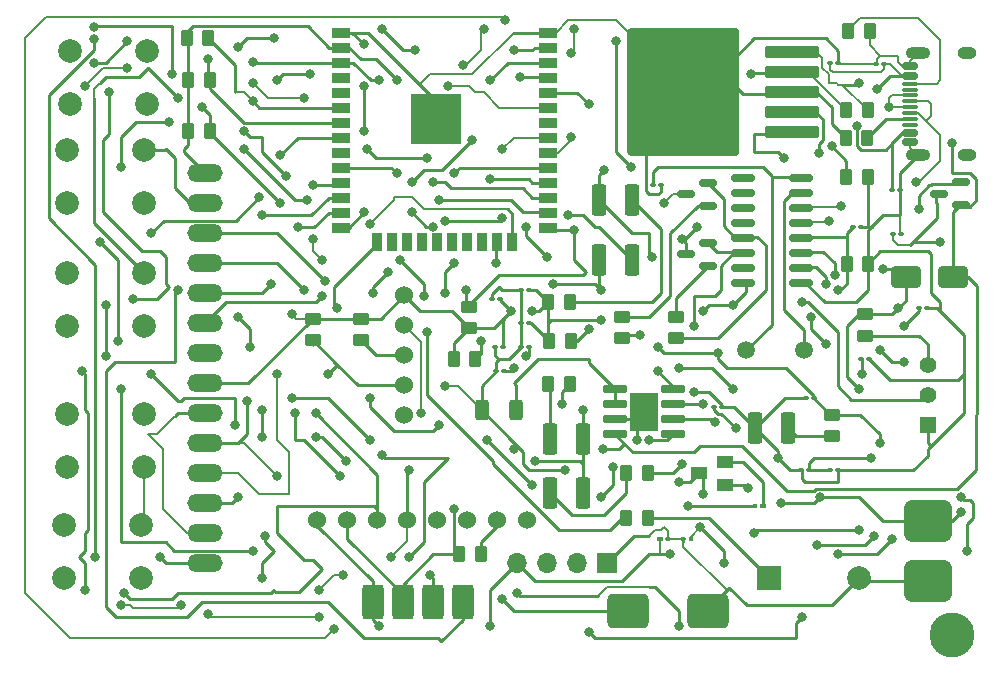
<source format=gtl>
%TF.GenerationSoftware,KiCad,Pcbnew,7.0.10*%
%TF.CreationDate,2024-08-15T13:32:21+05:30*%
%TF.ProjectId,Watch,57617463-682e-46b6-9963-61645f706362,rev?*%
%TF.SameCoordinates,Original*%
%TF.FileFunction,Copper,L1,Top*%
%TF.FilePolarity,Positive*%
%FSLAX46Y46*%
G04 Gerber Fmt 4.6, Leading zero omitted, Abs format (unit mm)*
G04 Created by KiCad (PCBNEW 7.0.10) date 2024-08-15 13:32:21*
%MOMM*%
%LPD*%
G01*
G04 APERTURE LIST*
G04 Aperture macros list*
%AMRoundRect*
0 Rectangle with rounded corners*
0 $1 Rounding radius*
0 $2 $3 $4 $5 $6 $7 $8 $9 X,Y pos of 4 corners*
0 Add a 4 corners polygon primitive as box body*
4,1,4,$2,$3,$4,$5,$6,$7,$8,$9,$2,$3,0*
0 Add four circle primitives for the rounded corners*
1,1,$1+$1,$2,$3*
1,1,$1+$1,$4,$5*
1,1,$1+$1,$6,$7*
1,1,$1+$1,$8,$9*
0 Add four rect primitives between the rounded corners*
20,1,$1+$1,$2,$3,$4,$5,0*
20,1,$1+$1,$4,$5,$6,$7,0*
20,1,$1+$1,$6,$7,$8,$9,0*
20,1,$1+$1,$8,$9,$2,$3,0*%
G04 Aperture macros list end*
%TA.AperFunction,ComponentPad*%
%ADD10C,3.800000*%
%TD*%
%TA.AperFunction,ComponentPad*%
%ADD11C,1.408000*%
%TD*%
%TA.AperFunction,ComponentPad*%
%ADD12R,1.408000X1.408000*%
%TD*%
%TA.AperFunction,ComponentPad*%
%ADD13C,2.000000*%
%TD*%
%TA.AperFunction,SMDPad,CuDef*%
%ADD14RoundRect,0.281250X-0.618750X-1.188750X0.618750X-1.188750X0.618750X1.188750X-0.618750X1.188750X0*%
%TD*%
%TA.AperFunction,SMDPad,CuDef*%
%ADD15RoundRect,0.100000X-0.125000X-0.100000X0.125000X-0.100000X0.125000X0.100000X-0.125000X0.100000X0*%
%TD*%
%TA.AperFunction,SMDPad,CuDef*%
%ADD16RoundRect,0.100000X-0.140000X-0.100000X0.140000X-0.100000X0.140000X0.100000X-0.140000X0.100000X0*%
%TD*%
%TA.AperFunction,SMDPad,CuDef*%
%ADD17RoundRect,0.250000X-0.375000X-1.075000X0.375000X-1.075000X0.375000X1.075000X-0.375000X1.075000X0*%
%TD*%
%TA.AperFunction,SMDPad,CuDef*%
%ADD18RoundRect,0.100000X-0.115000X-0.100000X0.115000X-0.100000X0.115000X0.100000X-0.115000X0.100000X0*%
%TD*%
%TA.AperFunction,SMDPad,CuDef*%
%ADD19RoundRect,0.250000X0.262500X0.450000X-0.262500X0.450000X-0.262500X-0.450000X0.262500X-0.450000X0*%
%TD*%
%TA.AperFunction,SMDPad,CuDef*%
%ADD20RoundRect,0.100000X-0.150000X-0.100000X0.150000X-0.100000X0.150000X0.100000X-0.150000X0.100000X0*%
%TD*%
%TA.AperFunction,SMDPad,CuDef*%
%ADD21RoundRect,0.100000X-0.100000X-0.100000X0.100000X-0.100000X0.100000X0.100000X-0.100000X0.100000X0*%
%TD*%
%TA.AperFunction,SMDPad,CuDef*%
%ADD22RoundRect,0.250000X-0.262500X-0.450000X0.262500X-0.450000X0.262500X0.450000X-0.262500X0.450000X0*%
%TD*%
%TA.AperFunction,SMDPad,CuDef*%
%ADD23RoundRect,0.100000X-0.130000X-0.100000X0.130000X-0.100000X0.130000X0.100000X-0.130000X0.100000X0*%
%TD*%
%TA.AperFunction,ComponentPad*%
%ADD24R,1.700000X1.700000*%
%TD*%
%TA.AperFunction,ComponentPad*%
%ADD25O,1.700000X1.700000*%
%TD*%
%TA.AperFunction,SMDPad,CuDef*%
%ADD26RoundRect,0.150000X0.587500X0.150000X-0.587500X0.150000X-0.587500X-0.150000X0.587500X-0.150000X0*%
%TD*%
%TA.AperFunction,ComponentPad*%
%ADD27O,1.600000X1.000000*%
%TD*%
%TA.AperFunction,ComponentPad*%
%ADD28O,2.100000X1.000000*%
%TD*%
%TA.AperFunction,SMDPad,CuDef*%
%ADD29RoundRect,0.150000X0.500000X-0.150000X0.500000X0.150000X-0.500000X0.150000X-0.500000X-0.150000X0*%
%TD*%
%TA.AperFunction,SMDPad,CuDef*%
%ADD30RoundRect,0.075000X0.575000X-0.075000X0.575000X0.075000X-0.575000X0.075000X-0.575000X-0.075000X0*%
%TD*%
%TA.AperFunction,SMDPad,CuDef*%
%ADD31RoundRect,0.100000X0.130000X0.100000X-0.130000X0.100000X-0.130000X-0.100000X0.130000X-0.100000X0*%
%TD*%
%TA.AperFunction,SMDPad,CuDef*%
%ADD32RoundRect,0.250000X0.450000X-0.262500X0.450000X0.262500X-0.450000X0.262500X-0.450000X-0.262500X0*%
%TD*%
%TA.AperFunction,SMDPad,CuDef*%
%ADD33RoundRect,0.100000X-0.105000X-0.100000X0.105000X-0.100000X0.105000X0.100000X-0.105000X0.100000X0*%
%TD*%
%TA.AperFunction,SMDPad,CuDef*%
%ADD34RoundRect,0.100000X-0.120000X-0.100000X0.120000X-0.100000X0.120000X0.100000X-0.120000X0.100000X0*%
%TD*%
%TA.AperFunction,SMDPad,CuDef*%
%ADD35RoundRect,0.250000X2.050000X0.300000X-2.050000X0.300000X-2.050000X-0.300000X2.050000X-0.300000X0*%
%TD*%
%TA.AperFunction,SMDPad,CuDef*%
%ADD36RoundRect,0.250000X2.025000X2.375000X-2.025000X2.375000X-2.025000X-2.375000X2.025000X-2.375000X0*%
%TD*%
%TA.AperFunction,SMDPad,CuDef*%
%ADD37RoundRect,0.250002X4.449998X5.149998X-4.449998X5.149998X-4.449998X-5.149998X4.449998X-5.149998X0*%
%TD*%
%TA.AperFunction,SMDPad,CuDef*%
%ADD38RoundRect,0.250000X0.312500X0.625000X-0.312500X0.625000X-0.312500X-0.625000X0.312500X-0.625000X0*%
%TD*%
%TA.AperFunction,ComponentPad*%
%ADD39C,1.524000*%
%TD*%
%TA.AperFunction,ComponentPad*%
%ADD40C,1.500000*%
%TD*%
%TA.AperFunction,SMDPad,CuDef*%
%ADD41RoundRect,0.250000X-1.000000X-0.650000X1.000000X-0.650000X1.000000X0.650000X-1.000000X0.650000X0*%
%TD*%
%TA.AperFunction,ComponentPad*%
%ADD42O,3.000000X1.500000*%
%TD*%
%TA.AperFunction,ComponentPad*%
%ADD43R,2.000000X2.000000*%
%TD*%
%TA.AperFunction,SMDPad,CuDef*%
%ADD44R,1.400000X1.000000*%
%TD*%
%TA.AperFunction,SMDPad,CuDef*%
%ADD45RoundRect,0.075000X-0.910000X-0.225000X0.910000X-0.225000X0.910000X0.225000X-0.910000X0.225000X0*%
%TD*%
%TA.AperFunction,SMDPad,CuDef*%
%ADD46R,2.413000X3.302000*%
%TD*%
%TA.AperFunction,SMDPad,CuDef*%
%ADD47R,1.500000X0.900000*%
%TD*%
%TA.AperFunction,SMDPad,CuDef*%
%ADD48R,0.900000X1.500000*%
%TD*%
%TA.AperFunction,SMDPad,CuDef*%
%ADD49R,1.050000X1.050000*%
%TD*%
%TA.AperFunction,SMDPad,CuDef*%
%ADD50R,4.200000X4.200000*%
%TD*%
%TA.AperFunction,SMDPad,CuDef*%
%ADD51RoundRect,0.150000X0.825000X0.150000X-0.825000X0.150000X-0.825000X-0.150000X0.825000X-0.150000X0*%
%TD*%
%TA.AperFunction,SMDPad,CuDef*%
%ADD52RoundRect,0.459375X-1.290625X-1.010625X1.290625X-1.010625X1.290625X1.010625X-1.290625X1.010625X0*%
%TD*%
%TA.AperFunction,SMDPad,CuDef*%
%ADD53RoundRect,0.546875X1.458125X-1.203125X1.458125X1.203125X-1.458125X1.203125X-1.458125X-1.203125X0*%
%TD*%
%TA.AperFunction,ViaPad*%
%ADD54C,0.800000*%
%TD*%
%TA.AperFunction,Conductor*%
%ADD55C,0.250000*%
%TD*%
%TA.AperFunction,Conductor*%
%ADD56C,0.160000*%
%TD*%
%TA.AperFunction,Conductor*%
%ADD57C,0.180000*%
%TD*%
%TA.AperFunction,Conductor*%
%ADD58C,0.200000*%
%TD*%
G04 APERTURE END LIST*
D10*
%TO.P,M2,1*%
%TO.N,N/C*%
X158750000Y-125476000D03*
%TD*%
D11*
%TO.P,SW1,3,C*%
%TO.N,Net-(SW1A-C)*%
X156718000Y-102616000D03*
%TO.P,SW1,2,B*%
%TO.N,Enb*%
X156718000Y-105116000D03*
D12*
%TO.P,SW1,1,A*%
%TO.N,GND*%
X156718000Y-107616000D03*
%TD*%
D13*
%TO.P,BOOT,1,A*%
%TO.N,Io0*%
X83872000Y-106716000D03*
X90372000Y-106716000D03*
%TO.P,BOOT,2,B*%
%TO.N,GND*%
X83872000Y-111216000D03*
X90372000Y-111216000D03*
%TD*%
%TO.P,Failsafe,1,A*%
%TO.N,Fail_safe*%
X84126000Y-75982000D03*
X90626000Y-75982000D03*
%TO.P,Failsafe,2,B*%
%TO.N,GND*%
X84126000Y-80482000D03*
X90626000Y-80482000D03*
%TD*%
%TO.P,Reset,1,A*%
%TO.N,GND*%
X83618000Y-116114000D03*
X90118000Y-116114000D03*
%TO.P,Reset,2,B*%
%TO.N,EN*%
X83618000Y-120614000D03*
X90118000Y-120614000D03*
%TD*%
D14*
%TO.P,GPS,1,5V*%
%TO.N,+3.3V*%
X109728000Y-122682000D03*
%TO.P,GPS,2,GND*%
%TO.N,GND*%
X112268000Y-122682000D03*
%TO.P,GPS,3,TX*%
%TO.N,RX1*%
X114808000Y-122682000D03*
%TO.P,GPS,4,RX*%
%TO.N,TX1*%
X117348000Y-122682000D03*
%TD*%
D15*
%TO.P,C7,2*%
%TO.N,GND*%
X134726000Y-117348000D03*
D16*
%TO.P,C7,1*%
%TO.N,+3.3V*%
X134046000Y-117348000D03*
%TD*%
D17*
%TO.P,D4,2,A*%
%TO.N,Net-(D4-A)*%
X131702000Y-88646000D03*
%TO.P,D4,1,K*%
%TO.N,TX*%
X128902000Y-88646000D03*
%TD*%
D18*
%TO.P,C6,2*%
%TO.N,EN*%
X122911000Y-101092000D03*
%TO.P,C6,1*%
%TO.N,GND*%
X122271000Y-101092000D03*
%TD*%
D17*
%TO.P,D3,2,A*%
%TO.N,Net-(D3-A)*%
X131702000Y-93726000D03*
%TO.P,D3,1,K*%
%TO.N,RX*%
X128902000Y-93726000D03*
%TD*%
D19*
%TO.P,R15,1*%
%TO.N,Net-(D3-A)*%
X118411000Y-102108000D03*
%TO.P,R15,2*%
%TO.N,+3.3V*%
X116586000Y-102108000D03*
%TD*%
D20*
%TO.P,R11,2*%
%TO.N,Net-(Q4-Pad2)*%
X142723000Y-114554000D03*
D21*
%TO.P,R11,1*%
%TO.N,B_check*%
X142069000Y-114554000D03*
%TD*%
D19*
%TO.P,R1,1*%
%TO.N,GND*%
X151792500Y-74300000D03*
%TO.P,R1,2*%
%TO.N,Net-(J1-CC2)*%
X149967500Y-74300000D03*
%TD*%
D22*
%TO.P,R19,1*%
%TO.N,Net-(D5-K)*%
X124563500Y-104170000D03*
%TO.P,R19,2*%
%TO.N,Net-(U5-~{STDBY})*%
X126388500Y-104170000D03*
%TD*%
D23*
%TO.P,C1,2*%
%TO.N,GND*%
X154415000Y-91460000D03*
%TO.P,C1,1*%
%TO.N,VBUS*%
X153745000Y-91460000D03*
%TD*%
D22*
%TO.P,R4,1*%
%TO.N,+3.3V*%
X149817500Y-81010000D03*
%TO.P,R4,2*%
%TO.N,Net-(U2-ADJ)*%
X151642500Y-81010000D03*
%TD*%
D24*
%TO.P,J3,1,3.3*%
%TO.N,GND*%
X129540000Y-119380000D03*
D25*
%TO.P,J3,2,RX*%
%TO.N,TX*%
X127000000Y-119380000D03*
%TO.P,J3,3,TX*%
%TO.N,RX*%
X124460000Y-119380000D03*
%TO.P,J3,4,GND*%
%TO.N,+3.3V*%
X121920000Y-119380000D03*
%TD*%
D26*
%TO.P,Q3,1,B*%
%TO.N,Net-(Q3-B)*%
X138097500Y-89088000D03*
%TO.P,Q3,2,E*%
%TO.N,DTR*%
X138097500Y-87188000D03*
%TO.P,Q3,3,C*%
%TO.N,Io0*%
X136222500Y-88138000D03*
%TD*%
D17*
%TO.P,D5,2,A*%
%TO.N,VBUS*%
X127530000Y-108820000D03*
%TO.P,D5,1,K*%
%TO.N,Net-(D5-K)*%
X124730000Y-108820000D03*
%TD*%
D27*
%TO.P,J1,S1,SHIELD*%
%TO.N,GND*%
X160030000Y-76180000D03*
D28*
X155850000Y-76180000D03*
D27*
X160030000Y-84820000D03*
D28*
X155850000Y-84820000D03*
D29*
%TO.P,J1,B12,GND*%
X155210000Y-83700000D03*
%TO.P,J1,B9,VBUS*%
%TO.N,+5V*%
X155210000Y-82900000D03*
D30*
%TO.P,J1,B8,SBU2*%
%TO.N,unconnected-(J1-SBU2-PadB8)*%
X155210000Y-82250000D03*
%TO.P,J1,B7,D-*%
%TO.N,D-*%
X155210000Y-81250000D03*
%TO.P,J1,B6,D+*%
%TO.N,D+*%
X155210000Y-79750000D03*
%TO.P,J1,B5,CC2*%
%TO.N,Net-(J1-CC2)*%
X155210000Y-78750000D03*
D29*
%TO.P,J1,B4,VBUS*%
%TO.N,+5V*%
X155210000Y-78100000D03*
%TO.P,J1,B1,GND*%
%TO.N,GND*%
X155210000Y-77300000D03*
%TO.P,J1,A12,GND*%
X155210000Y-77300000D03*
%TO.P,J1,A9,VBUS*%
%TO.N,+5V*%
X155210000Y-78100000D03*
D30*
%TO.P,J1,A8,SBU1*%
%TO.N,unconnected-(J1-SBU1-PadA8)*%
X155210000Y-79250000D03*
%TO.P,J1,A7,D-*%
%TO.N,D-*%
X155210000Y-80250000D03*
%TO.P,J1,A6,D+*%
%TO.N,D+*%
X155210000Y-80750000D03*
%TO.P,J1,A5,CC1*%
%TO.N,Net-(J1-CC1)*%
X155210000Y-81750000D03*
D29*
%TO.P,J1,A4,VBUS*%
%TO.N,+5V*%
X155210000Y-82900000D03*
%TO.P,J1,A1,GND*%
%TO.N,GND*%
X155210000Y-83700000D03*
%TD*%
D23*
%TO.P,C14,2*%
%TO.N,GND*%
X134087000Y-87376000D03*
%TO.P,C14,1*%
%TO.N,Net-(U4-XO)*%
X133420000Y-87376000D03*
%TD*%
%TO.P,C19,2*%
%TO.N,+3.3V*%
X122911000Y-96266000D03*
%TO.P,C19,1*%
%TO.N,GND*%
X122245000Y-96266000D03*
%TD*%
D31*
%TO.P,C13,2*%
%TO.N,Net-(U4-XI)*%
X151100000Y-102108000D03*
%TO.P,C13,1*%
%TO.N,GND*%
X151770000Y-102108000D03*
%TD*%
D19*
%TO.P,R25,1*%
%TO.N,Fail_safe*%
X95908500Y-78486000D03*
%TO.P,R25,2*%
%TO.N,+3.3V*%
X94083500Y-78486000D03*
%TD*%
D17*
%TO.P,D6,1,K*%
%TO.N,Net-(D6-K)*%
X124690000Y-113410000D03*
%TO.P,D6,2,A*%
%TO.N,VBUS*%
X127490000Y-113410000D03*
%TD*%
D32*
%TO.P,R14,1*%
%TO.N,RTS*%
X130810000Y-100330000D03*
%TO.P,R14,2*%
%TO.N,Net-(Q3-B)*%
X130810000Y-98505000D03*
%TD*%
%TO.P,R18,1*%
%TO.N,Net-(SW1A-C)*%
X151384000Y-100123000D03*
%TO.P,R18,2*%
%TO.N,VBUS*%
X151384000Y-98298000D03*
%TD*%
D22*
%TO.P,R21,1*%
%TO.N,Buzz+*%
X131167500Y-115570000D03*
%TO.P,R21,2*%
%TO.N,Net-(BZ1-+)*%
X132992500Y-115570000D03*
%TD*%
D33*
%TO.P,R12,2*%
%TO.N,B_check*%
X136627000Y-117348000D03*
D34*
%TO.P,R12,1*%
%TO.N,GND*%
X135987000Y-117348000D03*
%TD*%
D31*
%TO.P,C17,2*%
%TO.N,GND*%
X146023000Y-111506000D03*
%TO.P,C17,1*%
%TO.N,+BATT*%
X146690000Y-111506000D03*
%TD*%
D23*
%TO.P,C16,2*%
%TO.N,GND*%
X149073000Y-111506000D03*
%TO.P,C16,1*%
%TO.N,+BATT*%
X148409000Y-111506000D03*
%TD*%
%TO.P,R2,2*%
%TO.N,GND*%
X154360000Y-87790000D03*
%TO.P,R2,1*%
%TO.N,+5V*%
X153695000Y-87790000D03*
%TD*%
D22*
%TO.P,R3,1*%
%TO.N,GND*%
X149777500Y-83360000D03*
%TO.P,R3,2*%
%TO.N,Net-(J1-CC1)*%
X151602500Y-83360000D03*
%TD*%
D23*
%TO.P,C15,2*%
%TO.N,+3.3V*%
X120462000Y-97028000D03*
%TO.P,C15,1*%
%TO.N,GND*%
X119795000Y-97028000D03*
%TD*%
D31*
%TO.P,C8,2*%
%TO.N,GND*%
X146375000Y-105410000D03*
%TO.P,C8,1*%
%TO.N,+3.3V*%
X147041000Y-105410000D03*
%TD*%
D35*
%TO.P,U2,1,EN*%
%TO.N,Enb*%
X145179000Y-82883000D03*
%TO.P,U2,2,VIN*%
%TO.N,VBUS*%
X145179000Y-81183000D03*
%TO.P,U2,3,GND*%
%TO.N,GND*%
X145179000Y-79483000D03*
D36*
X138454000Y-82258000D03*
X138454000Y-76708000D03*
D37*
X136029000Y-79483000D03*
D36*
X133604000Y-82258000D03*
X133604000Y-76708000D03*
D35*
%TO.P,U2,4,VOUT*%
%TO.N,+3.3V*%
X145179000Y-77783000D03*
%TO.P,U2,5,ADJ*%
%TO.N,Net-(U2-ADJ)*%
X145179000Y-76083000D03*
%TD*%
D38*
%TO.P,R17,1*%
%TO.N,Net-(U5-PROG)*%
X121858500Y-106426000D03*
%TO.P,R17,2*%
%TO.N,GND*%
X118933500Y-106426000D03*
%TD*%
D32*
%TO.P,R9,1*%
%TO.N,SDA*%
X104648000Y-100480500D03*
%TO.P,R9,2*%
%TO.N,+3.3V*%
X104648000Y-98655500D03*
%TD*%
D22*
%TO.P,C5,1*%
%TO.N,+3.3V*%
X149837500Y-94000000D03*
%TO.P,C5,2*%
%TO.N,GND*%
X151662500Y-94000000D03*
%TD*%
%TO.P,R20,1*%
%TO.N,Net-(D6-K)*%
X131175000Y-111730000D03*
%TO.P,R20,2*%
%TO.N,Net-(U5-~{CHRG})*%
X133000000Y-111730000D03*
%TD*%
%TO.P,R7,1*%
%TO.N,+3.3V*%
X124667000Y-100584000D03*
%TO.P,R7,2*%
%TO.N,EN*%
X126492000Y-100584000D03*
%TD*%
D39*
%TO.P,U6,1,Vcc*%
%TO.N,+3.3V*%
X105029000Y-115697000D03*
%TO.P,U6,2,GND*%
%TO.N,GND*%
X107569000Y-115697000D03*
%TO.P,U6,3,SCL*%
%TO.N,SCL*%
X110109000Y-115697000D03*
%TO.P,U6,4,SDA*%
%TO.N,SDA*%
X112649000Y-115697000D03*
%TO.P,U6,5,XDA*%
%TO.N,unconnected-(U6-XDA-Pad5)*%
X115189000Y-115697000D03*
%TO.P,U6,6,XCL*%
%TO.N,unconnected-(U6-XCL-Pad6)*%
X117729000Y-115697000D03*
%TO.P,U6,7,AD0*%
%TO.N,Net-(U6-AD0)*%
X120269000Y-115697000D03*
%TO.P,U6,8,INT*%
%TO.N,unconnected-(U6-INT-Pad8)*%
X122809000Y-115697000D03*
%TD*%
D40*
%TO.P,Y1,1,1*%
%TO.N,Net-(U4-XI)*%
X146214000Y-101346000D03*
%TO.P,Y1,2,2*%
%TO.N,Net-(U4-XO)*%
X141334000Y-101346000D03*
%TD*%
D32*
%TO.P,R6,1*%
%TO.N,Net-(D2-A)*%
X148590000Y-108608500D03*
%TO.P,R6,2*%
%TO.N,+3.3V*%
X148590000Y-106783500D03*
%TD*%
D13*
%TO.P,Control_1,1,A*%
%TO.N,C_1*%
X90372000Y-88864000D03*
X83872000Y-88864000D03*
%TO.P,Control_1,2,B*%
%TO.N,GND*%
X90372000Y-84364000D03*
X83872000Y-84364000D03*
%TD*%
D32*
%TO.P,R8,1*%
%TO.N,+3.3V*%
X117856000Y-99464500D03*
%TO.P,R8,2*%
%TO.N,Io0*%
X117856000Y-97639500D03*
%TD*%
D31*
%TO.P,C12,2*%
%TO.N,GND*%
X120139000Y-103124000D03*
%TO.P,C12,1*%
%TO.N,VBUS*%
X120807000Y-103124000D03*
%TD*%
D22*
%TO.P,R23,1*%
%TO.N,+3.3V*%
X94083500Y-82804000D03*
%TO.P,R23,2*%
%TO.N,C_1*%
X95908500Y-82804000D03*
%TD*%
D41*
%TO.P,D1,1,A1*%
%TO.N,VBUS*%
X154840000Y-95120000D03*
%TO.P,D1,2,A2*%
%TO.N,+5V*%
X158840000Y-95120000D03*
%TD*%
D23*
%TO.P,C18,2*%
%TO.N,GND*%
X156621000Y-97790000D03*
%TO.P,C18,1*%
%TO.N,+BATT*%
X155955000Y-97790000D03*
%TD*%
%TO.P,C11,w*%
%TO.N,GND*%
X120050000Y-101092000D03*
%TO.P,C11,2*%
%TO.N,+3.3V*%
X120716000Y-101092000D03*
%TD*%
D39*
%TO.P,MAX1,1,Vin*%
%TO.N,+3.3V*%
X112363000Y-96679000D03*
%TO.P,MAX1,2,GND*%
%TO.N,GND*%
X112363000Y-99219000D03*
%TO.P,MAX1,3,SCL*%
%TO.N,SCL*%
X112363000Y-101759000D03*
%TO.P,MAX1,4,SDA*%
%TO.N,SDA*%
X112363000Y-104299000D03*
%TO.P,MAX1,5,INT*%
%TO.N,unconnected-(MAX1-INT-Pad5)*%
X112363000Y-106839000D03*
%TD*%
D26*
%TO.P,Q2,1,B*%
%TO.N,Net-(Q2-B)*%
X138097500Y-94168000D03*
%TO.P,Q2,2,E*%
%TO.N,RTS*%
X138097500Y-92268000D03*
%TO.P,Q2,3,C*%
%TO.N,EN*%
X136222500Y-93218000D03*
%TD*%
D23*
%TO.P,C4,2*%
%TO.N,GND*%
X151020000Y-90860000D03*
%TO.P,C4,1*%
%TO.N,+3.3V*%
X150350000Y-90860000D03*
%TD*%
D42*
%TO.P,U3,1,VCC*%
%TO.N,+3.3V*%
X95504000Y-86360000D03*
%TO.P,U3,2,GND*%
%TO.N,GND*%
X95504000Y-88900000D03*
%TO.P,U3,3,CS*%
%TO.N,CS*%
X95504000Y-91440000D03*
%TO.P,U3,4,RST*%
%TO.N,RST*%
X95504000Y-93980000D03*
%TO.P,U3,5,DC*%
%TO.N,DC*%
X95504000Y-96520000D03*
%TO.P,U3,6,MOSI*%
%TO.N,MOSI*%
X95504000Y-99060000D03*
%TO.P,U3,7,SCK*%
%TO.N,SCK*%
X95504000Y-101600000D03*
%TO.P,U3,8,LED*%
%TO.N,+3.3V*%
X95504000Y-104140000D03*
%TO.P,U3,9,MISO*%
%TO.N,MISO*%
X95504000Y-106680000D03*
%TO.P,U3,10,T_CLK*%
%TO.N,SCK*%
X95504000Y-109220000D03*
%TO.P,U3,11,T_CS*%
%TO.N,T_CS*%
X95504000Y-111760000D03*
%TO.P,U3,12,T_DIN*%
%TO.N,MOSI*%
X95504000Y-114300000D03*
%TO.P,U3,13,T_D0*%
%TO.N,MISO*%
X95504000Y-116840000D03*
%TO.P,U3,14,T_IRQ*%
%TO.N,T_IRQ*%
X95504000Y-119380000D03*
%TD*%
D31*
%TO.P,C2,2*%
%TO.N,+5V*%
X148450000Y-77030000D03*
%TO.P,C2,1*%
%TO.N,GND*%
X149115000Y-77030000D03*
%TD*%
D23*
%TO.P,C10,2*%
%TO.N,GND*%
X139258000Y-106172000D03*
%TO.P,C10,1*%
%TO.N,VBUS*%
X138590000Y-106172000D03*
%TD*%
D13*
%TO.P,Control_2,1,A*%
%TO.N,C_2*%
X83872000Y-94778000D03*
X90372000Y-94778000D03*
%TO.P,Control_2,2,B*%
%TO.N,GND*%
X83872000Y-99278000D03*
X90372000Y-99278000D03*
%TD*%
D43*
%TO.P,BZ1,1,+*%
%TO.N,Net-(BZ1-+)*%
X143266000Y-120650000D03*
D13*
%TO.P,BZ1,2,-*%
%TO.N,GND*%
X150866000Y-120650000D03*
%TD*%
D32*
%TO.P,R10,1*%
%TO.N,SCL*%
X108712000Y-100480500D03*
%TO.P,R10,2*%
%TO.N,+3.3V*%
X108712000Y-98655500D03*
%TD*%
D26*
%TO.P,Q1,1,G*%
%TO.N,+5V*%
X159512000Y-89022000D03*
%TO.P,Q1,2,S*%
%TO.N,+BATT*%
X159512000Y-87122000D03*
%TO.P,Q1,3,D*%
%TO.N,VBUS*%
X157637000Y-88072000D03*
%TD*%
D19*
%TO.P,R16,1*%
%TO.N,Net-(D4-A)*%
X126388500Y-97282000D03*
%TO.P,R16,2*%
%TO.N,+3.3V*%
X124563500Y-97282000D03*
%TD*%
D22*
%TO.P,R5,1*%
%TO.N,Net-(U2-ADJ)*%
X149807500Y-86620000D03*
%TO.P,R5,2*%
%TO.N,GND*%
X151632500Y-86620000D03*
%TD*%
D31*
%TO.P,C3,2*%
%TO.N,GND*%
X152350000Y-77070000D03*
%TO.P,C3,1*%
%TO.N,+5V*%
X153020000Y-77070000D03*
%TD*%
D22*
%TO.P,R24,1*%
%TO.N,+3.3V*%
X93980000Y-74930000D03*
%TO.P,R24,2*%
%TO.N,C_2*%
X95805000Y-74930000D03*
%TD*%
D44*
%TO.P,Q4,1*%
%TO.N,Select*%
X139530000Y-112710000D03*
%TO.P,Q4,2*%
%TO.N,Net-(Q4-Pad2)*%
X139530000Y-110810000D03*
%TO.P,Q4,3*%
%TO.N,+BATT*%
X137330000Y-111760000D03*
%TD*%
D45*
%TO.P,U5,1,TEMP*%
%TO.N,Net-(U5-PROG)*%
X130220000Y-104620000D03*
%TO.P,U5,2,PROG*%
X130220000Y-105890000D03*
%TO.P,U5,3,GND*%
%TO.N,GND*%
X130220000Y-107160000D03*
%TO.P,U5,4,VCC*%
%TO.N,+5V*%
X130220000Y-108430000D03*
%TO.P,U5,5,BAT*%
%TO.N,+BATT*%
X135170000Y-108430000D03*
%TO.P,U5,6,~{STDBY}*%
%TO.N,Net-(U5-~{STDBY})*%
X135170000Y-107160000D03*
%TO.P,U5,7,~{CHRG}*%
%TO.N,Net-(U5-~{CHRG})*%
X135170000Y-105890000D03*
%TO.P,U5,8,CE*%
%TO.N,+5V*%
X135170000Y-104620000D03*
D46*
%TO.P,U5,9,EP*%
%TO.N,GND*%
X132695000Y-106525000D03*
%TD*%
D32*
%TO.P,R13,1*%
%TO.N,DTR*%
X135382000Y-100330000D03*
%TO.P,R13,2*%
%TO.N,Net-(Q2-B)*%
X135382000Y-98505000D03*
%TD*%
D17*
%TO.P,D2,2,A*%
%TO.N,Net-(D2-A)*%
X144910000Y-107950000D03*
%TO.P,D2,1,K*%
%TO.N,GND*%
X142110000Y-107950000D03*
%TD*%
D23*
%TO.P,C9,2*%
%TO.N,+3.3V*%
X122911000Y-99060000D03*
%TO.P,C9,1*%
%TO.N,GND*%
X122240000Y-99060000D03*
%TD*%
D19*
%TO.P,R22,1*%
%TO.N,Net-(U6-AD0)*%
X118872000Y-118618000D03*
%TO.P,R22,2*%
%TO.N,GND*%
X117047000Y-118618000D03*
%TD*%
D47*
%TO.P,U1,1,GND*%
%TO.N,GND*%
X107030000Y-74440000D03*
%TO.P,U1,2,VDD*%
%TO.N,+3.3V*%
X107030000Y-75710000D03*
%TO.P,U1,3,EN*%
%TO.N,EN*%
X107030000Y-76980000D03*
%TO.P,U1,4,SENSOR_VP*%
%TO.N,unconnected-(U1-SENSOR_VP-Pad4)*%
X107030000Y-78250000D03*
%TO.P,U1,5,SENSOR_VN*%
%TO.N,unconnected-(U1-SENSOR_VN-Pad5)*%
X107030000Y-79520000D03*
%TO.P,U1,6,IO34*%
%TO.N,C_2*%
X107030000Y-80790000D03*
%TO.P,U1,7,IO35*%
%TO.N,Fail_safe*%
X107030000Y-82060000D03*
%TO.P,U1,8,IO32*%
%TO.N,Select*%
X107030000Y-83330000D03*
%TO.P,U1,9,IO33*%
%TO.N,unconnected-(U1-IO33-Pad9)*%
X107030000Y-84600000D03*
%TO.P,U1,10,IO25*%
%TO.N,T_IRQ*%
X107030000Y-85870000D03*
%TO.P,U1,11,IO26*%
%TO.N,B_check*%
X107030000Y-87140000D03*
%TO.P,U1,12,IO27*%
%TO.N,T_CS*%
X107030000Y-88410000D03*
%TO.P,U1,13,IO14*%
%TO.N,C_1*%
X107030000Y-89680000D03*
%TO.P,U1,14,IO12*%
%TO.N,Buzz+*%
X107030000Y-90950000D03*
D48*
%TO.P,U1,15,GND*%
%TO.N,GND*%
X110070000Y-92200000D03*
%TO.P,U1,16,IO13*%
%TO.N,unconnected-(U1-IO13-Pad16)*%
X111340000Y-92200000D03*
%TO.P,U1,17,SHD/SD2*%
%TO.N,unconnected-(U1-SHD{slash}SD2-Pad17)*%
X112610000Y-92200000D03*
%TO.P,U1,18,SWP/SD3*%
%TO.N,unconnected-(U1-SWP{slash}SD3-Pad18)*%
X113880000Y-92200000D03*
%TO.P,U1,19,SCS/CMD*%
%TO.N,unconnected-(U1-SCS{slash}CMD-Pad19)*%
X115150000Y-92200000D03*
%TO.P,U1,20,SCK/CLK*%
%TO.N,unconnected-(U1-SCK{slash}CLK-Pad20)*%
X116420000Y-92200000D03*
%TO.P,U1,21,SDO/SD0*%
%TO.N,unconnected-(U1-SDO{slash}SD0-Pad21)*%
X117690000Y-92200000D03*
%TO.P,U1,22,SDI/SD1*%
%TO.N,unconnected-(U1-SDI{slash}SD1-Pad22)*%
X118960000Y-92200000D03*
%TO.P,U1,23,IO15*%
%TO.N,CS*%
X120230000Y-92200000D03*
%TO.P,U1,24,IO2*%
%TO.N,DC*%
X121500000Y-92200000D03*
D47*
%TO.P,U1,25,IO0*%
%TO.N,Io0*%
X124530000Y-90950000D03*
%TO.P,U1,26,IO4*%
%TO.N,RST*%
X124530000Y-89680000D03*
%TO.P,U1,27,IO16*%
%TO.N,RX1*%
X124530000Y-88410000D03*
%TO.P,U1,28,IO17*%
%TO.N,TX1*%
X124530000Y-87140000D03*
%TO.P,U1,29,IO5*%
%TO.N,Motor+*%
X124530000Y-85870000D03*
%TO.P,U1,30,IO18*%
%TO.N,SCK*%
X124530000Y-84600000D03*
%TO.P,U1,31,IO19*%
%TO.N,MISO*%
X124530000Y-83330000D03*
%TO.P,U1,32,NC*%
%TO.N,unconnected-(U1-NC-Pad32)*%
X124530000Y-82060000D03*
%TO.P,U1,33,IO21*%
%TO.N,SDA*%
X124530000Y-80790000D03*
%TO.P,U1,34,RXD0/IO3*%
%TO.N,TX*%
X124530000Y-79520000D03*
%TO.P,U1,35,TXD0/IO1*%
%TO.N,RX*%
X124530000Y-78250000D03*
%TO.P,U1,36,IO22*%
%TO.N,SCL*%
X124530000Y-76980000D03*
%TO.P,U1,37,IO23*%
%TO.N,MOSI*%
X124530000Y-75710000D03*
%TO.P,U1,38,GND*%
%TO.N,GND*%
X124530000Y-74440000D03*
D49*
%TO.P,U1,39,GND*%
X113575000Y-80255000D03*
X113575000Y-81780000D03*
X113575000Y-83305000D03*
X115100000Y-80255000D03*
X115100000Y-81780000D03*
D50*
X115100000Y-81780000D03*
D49*
X115100000Y-83305000D03*
X116625000Y-80255000D03*
X116625000Y-81780000D03*
X116625000Y-83305000D03*
%TD*%
D51*
%TO.P,U4,1,GND*%
%TO.N,GND*%
X145985000Y-95631000D03*
%TO.P,U4,2,TXD*%
%TO.N,TX*%
X145985000Y-94361000D03*
%TO.P,U4,3,RXD*%
%TO.N,RX*%
X145985000Y-93091000D03*
%TO.P,U4,4,V3*%
%TO.N,+3.3V*%
X145985000Y-91821000D03*
%TO.P,U4,5,UD+*%
%TO.N,D+*%
X145985000Y-90551000D03*
%TO.P,U4,6,UD-*%
%TO.N,D-*%
X145985000Y-89281000D03*
%TO.P,U4,7,XI*%
%TO.N,Net-(U4-XI)*%
X145985000Y-88011000D03*
%TO.P,U4,8,XO*%
%TO.N,Net-(U4-XO)*%
X145985000Y-86741000D03*
%TO.P,U4,9,~{CTS}*%
%TO.N,unconnected-(U4-~{CTS}-Pad9)*%
X141035000Y-86741000D03*
%TO.P,U4,10,~{DSR}*%
%TO.N,unconnected-(U4-~{DSR}-Pad10)*%
X141035000Y-88011000D03*
%TO.P,U4,11,~{RI}*%
%TO.N,unconnected-(U4-~{RI}-Pad11)*%
X141035000Y-89281000D03*
%TO.P,U4,12,~{DCD}*%
%TO.N,unconnected-(U4-~{DCD}-Pad12)*%
X141035000Y-90551000D03*
%TO.P,U4,13,~{DTR}*%
%TO.N,DTR*%
X141035000Y-91821000D03*
%TO.P,U4,14,~{RTS}*%
%TO.N,RTS*%
X141035000Y-93091000D03*
%TO.P,U4,15,R232*%
%TO.N,unconnected-(U4-R232-Pad15)*%
X141035000Y-94361000D03*
%TO.P,U4,16,VCC*%
%TO.N,+3.3V*%
X141035000Y-95631000D03*
%TD*%
D52*
%TO.P,M1,1,V+*%
%TO.N,Motor+*%
X131318000Y-123444000D03*
%TO.P,M1,2,V-*%
%TO.N,GND*%
X138148000Y-123444000D03*
%TD*%
D53*
%TO.P,J2,1,+*%
%TO.N,+BATT*%
X156718000Y-115824000D03*
%TO.P,J2,2,-*%
%TO.N,GND*%
X156718000Y-120904000D03*
%TD*%
D54*
%TO.N,C_1*%
X95250000Y-80772000D03*
X103378000Y-90932000D03*
X88392000Y-85852000D03*
X101854000Y-88900000D03*
X92456000Y-82042000D03*
%TO.N,GND*%
X121666000Y-109728000D03*
X129032000Y-113792000D03*
X104394000Y-77978000D03*
X132080000Y-108966000D03*
X116586000Y-114808000D03*
X113792000Y-106680000D03*
X101600000Y-78486000D03*
X108965996Y-75438000D03*
X125984000Y-111506000D03*
X136906000Y-104902000D03*
X115824000Y-104394000D03*
X130048000Y-111251966D03*
X106680000Y-97790000D03*
X144018000Y-110490000D03*
%TO.N,RX1*%
X100330000Y-106426000D03*
X114554000Y-120396000D03*
X98298000Y-98552000D03*
X114808000Y-87122000D03*
X104902000Y-108712000D03*
X107442000Y-110744000D03*
X99314000Y-101092000D03*
X110490000Y-110236000D03*
X100330000Y-108712000D03*
X112776000Y-118872000D03*
%TO.N,TX1*%
X119634000Y-86868000D03*
X114300000Y-85090000D03*
X102362000Y-86614000D03*
X98806000Y-82804000D03*
X109220000Y-84328000D03*
X93218000Y-96266000D03*
%TO.N,Io0*%
X98044000Y-107696000D03*
X115316000Y-107696000D03*
X134366000Y-88900000D03*
X90932000Y-103378000D03*
X109474000Y-105410000D03*
X126746000Y-91186000D03*
X117602000Y-96266000D03*
%TO.N,VBUS*%
X154178000Y-97790000D03*
X140208000Y-104648000D03*
X147503948Y-84628701D03*
X135636000Y-102870000D03*
X123444000Y-110744000D03*
X152908000Y-94488000D03*
X157734000Y-92202000D03*
X150876000Y-104648000D03*
X121666000Y-102870000D03*
X140462000Y-107950000D03*
X127508000Y-106426000D03*
%TO.N,+5V*%
X129239299Y-109728000D03*
X152400000Y-79248000D03*
X133858000Y-103124000D03*
X150690195Y-82356740D03*
X158750000Y-83820000D03*
%TO.N,EN*%
X128016000Y-99568000D03*
X122682000Y-101854000D03*
X130302000Y-75184000D03*
X86105988Y-73954008D03*
X110236000Y-78486000D03*
X137160000Y-90932000D03*
X99568000Y-76962000D03*
X92710000Y-77978000D03*
X135890000Y-91948000D03*
X131572000Y-85852000D03*
%TO.N,Net-(U4-XI)*%
X151130000Y-103378000D03*
%TO.N,+BATT*%
X133096000Y-108966000D03*
X154686000Y-99314000D03*
X147574000Y-113792000D03*
X155956000Y-89408000D03*
X144272000Y-114300000D03*
X135636000Y-112522000D03*
X151892000Y-110490000D03*
X137668000Y-113538000D03*
X159512000Y-115062000D03*
%TO.N,RX*%
X122682000Y-90932000D03*
X129032000Y-96266000D03*
X148844000Y-94996000D03*
X122174000Y-78232000D03*
X149098000Y-118618000D03*
X124460000Y-93472000D03*
X153670000Y-117348000D03*
X124968000Y-95758000D03*
%TO.N,Net-(D3-A)*%
X118872000Y-100584000D03*
X126238000Y-89916000D03*
%TO.N,TX*%
X152146000Y-117094000D03*
X148082000Y-100838000D03*
X146812004Y-98552000D03*
X160020000Y-118364000D03*
X159512000Y-113792000D03*
X154686000Y-102362000D03*
X152654000Y-101346000D03*
X128016000Y-80518000D03*
X147320000Y-117856000D03*
X146050000Y-123952000D03*
X148082000Y-95757994D03*
X128016000Y-125222000D03*
X133350000Y-93472000D03*
X129286000Y-86106000D03*
%TO.N,D+*%
X148336000Y-90424000D03*
X153416000Y-80772000D03*
%TO.N,D-*%
X149352000Y-89154000D03*
X155702000Y-87122000D03*
%TO.N,Motor+*%
X116586000Y-93980000D03*
X115824000Y-96520000D03*
X120650000Y-122428000D03*
X116586000Y-86360000D03*
%TO.N,SCL*%
X85344000Y-121666000D03*
X87376000Y-79502000D03*
X87122000Y-97536000D03*
X101346000Y-74930000D03*
X98298000Y-75692000D03*
X113284000Y-75946000D03*
X119634000Y-78486000D03*
X89408000Y-97028000D03*
X86111143Y-76966143D03*
X87122000Y-101854000D03*
X110490000Y-74168000D03*
X88900000Y-75184000D03*
X88646000Y-121920000D03*
X104902000Y-106680000D03*
X85090000Y-103124000D03*
%TO.N,SDA*%
X103886000Y-80010000D03*
X105156000Y-121666000D03*
X103124000Y-106680000D03*
X105918000Y-103378000D03*
X93472000Y-122936000D03*
X112776000Y-111506000D03*
X85344000Y-78994000D03*
X111252000Y-118872000D03*
X107188000Y-120396000D03*
X106934000Y-112014000D03*
X105156000Y-123952000D03*
X88900000Y-77470000D03*
X88392000Y-122935996D03*
X116078000Y-78994000D03*
X99568000Y-78740000D03*
X95758000Y-123698000D03*
%TO.N,RTS*%
X132334000Y-100076000D03*
X136906000Y-99314000D03*
%TO.N,Select*%
X141478000Y-113030000D03*
X123190000Y-112776000D03*
X109474000Y-108966000D03*
X102870000Y-105410000D03*
X101854000Y-84836000D03*
X119380000Y-108966000D03*
%TO.N,Net-(U2-ADJ)*%
X150876000Y-78740000D03*
X148590000Y-84074000D03*
%TO.N,B_check*%
X104648000Y-87376000D03*
X86614000Y-92202000D03*
X135636000Y-124714000D03*
X90932000Y-91440000D03*
X88392000Y-104648000D03*
X136398000Y-114554000D03*
X137414000Y-116332000D03*
X100076000Y-88392000D03*
X121920000Y-121920000D03*
X99568000Y-118364000D03*
X139446000Y-119380000D03*
X88138000Y-100584000D03*
%TO.N,Net-(U5-~{STDBY})*%
X138684000Y-107442000D03*
X125730000Y-105918000D03*
%TO.N,Net-(U5-~{CHRG})*%
X137668000Y-105918000D03*
X135890000Y-110998000D03*
%TO.N,Buzz+*%
X114808000Y-90849998D03*
X108966000Y-89662000D03*
X114300000Y-99822000D03*
X113030000Y-89662000D03*
X114046000Y-96774000D03*
X112014000Y-93726000D03*
%TO.N,Enb*%
X146050000Y-97282004D03*
X144526000Y-85090000D03*
%TO.N,T_IRQ*%
X111760000Y-86360000D03*
X108966000Y-82804000D03*
X86192084Y-118872000D03*
X108966000Y-78994000D03*
X91694000Y-118872000D03*
X86106000Y-74954010D03*
%TO.N,T_CS*%
X101600000Y-103378000D03*
X100330000Y-89916000D03*
%TO.N,CS*%
X120142000Y-93980000D03*
X105664000Y-95504000D03*
%TO.N,DC*%
X109474000Y-90678000D03*
X101092000Y-95758000D03*
%TO.N,RST*%
X103886000Y-96266000D03*
X115316000Y-88646000D03*
%TO.N,SCK*%
X126746000Y-74168000D03*
X99060000Y-105664000D03*
X126492000Y-83312000D03*
X106426000Y-124968000D03*
X120904000Y-73406000D03*
X101600000Y-112014000D03*
X126492000Y-76200000D03*
%TO.N,MISO*%
X119126000Y-74168000D03*
X117348000Y-77216000D03*
X100330000Y-120650000D03*
X100584000Y-117094000D03*
X120650000Y-84328000D03*
%TO.N,MOSI*%
X121666000Y-75946000D03*
X115824000Y-90424000D03*
X120650000Y-90170000D03*
X105410000Y-96774000D03*
X110998000Y-94742000D03*
X109728000Y-96520000D03*
X98298000Y-113792000D03*
%TO.N,+3.3V*%
X141732000Y-77978000D03*
X111760000Y-78486000D03*
X133858000Y-101092000D03*
X118110000Y-83565992D03*
X113030000Y-87122000D03*
X104140000Y-88646000D03*
X110263000Y-124687000D03*
X137668000Y-98044000D03*
X129032000Y-98806000D03*
X141986000Y-116840000D03*
X140208000Y-97536000D03*
X121412000Y-98044000D03*
X123190000Y-98044000D03*
X152654000Y-109220000D03*
X134874000Y-118618000D03*
X119634000Y-124714000D03*
X98806000Y-84328000D03*
X149098000Y-96266000D03*
X138938000Y-101600000D03*
X104648000Y-91948000D03*
X102870000Y-98298000D03*
X150876000Y-116586000D03*
X105410000Y-93726000D03*
%TO.N,C_2*%
X99568000Y-80264000D03*
X93218000Y-80010000D03*
%TO.N,Fail_safe*%
X95758000Y-76708000D03*
%TD*%
D55*
%TO.N,TX*%
X127018000Y-79520000D02*
X128016000Y-80518000D01*
X124530000Y-79520000D02*
X127018000Y-79520000D01*
%TO.N,GND*%
X151770000Y-102108000D02*
X153548000Y-103886000D01*
X159258000Y-103886000D02*
X159766000Y-103378000D01*
X153548000Y-103886000D02*
X159258000Y-103886000D01*
%TO.N,Net-(SW1A-C)*%
X156718000Y-100838000D02*
X156718000Y-102616000D01*
%TO.N,GND*%
X156972000Y-109474000D02*
X159766000Y-106680000D01*
X156718000Y-109728000D02*
X156972000Y-109474000D01*
X156718000Y-109220000D02*
X156718000Y-107616000D01*
X156972000Y-109474000D02*
X156718000Y-109220000D01*
%TO.N,C_1*%
X103378000Y-90932000D02*
X104778000Y-90932000D01*
X95908500Y-81430500D02*
X95250000Y-80772000D01*
X88392000Y-83312000D02*
X88392000Y-85852000D01*
X95908500Y-82954500D02*
X101854000Y-88900000D01*
X95908500Y-82804000D02*
X95908500Y-82954500D01*
X89662000Y-82042000D02*
X88392000Y-83312000D01*
X106030000Y-89680000D02*
X107030000Y-89680000D01*
X92456000Y-82042000D02*
X89662000Y-82042000D01*
X104778000Y-90932000D02*
X106030000Y-89680000D01*
X95908500Y-82804000D02*
X95908500Y-81430500D01*
%TO.N,GND*%
X92964000Y-87630000D02*
X92964000Y-85090000D01*
X112268000Y-121981630D02*
X112268000Y-122682000D01*
X144650000Y-105410000D02*
X142110000Y-107950000D01*
X122428000Y-110998000D02*
X122936000Y-111506000D01*
D56*
X125204000Y-74440000D02*
X126238000Y-73406000D01*
D55*
X122936000Y-111506000D02*
X123190000Y-111506000D01*
X154360000Y-86310000D02*
X154360000Y-87790000D01*
X147408000Y-79590000D02*
X145060000Y-79590000D01*
X132060000Y-107160000D02*
X132695000Y-106525000D01*
X156718000Y-92964000D02*
X152698500Y-92964000D01*
X151964000Y-90860000D02*
X152146000Y-90678000D01*
X118933500Y-106426000D02*
X118933500Y-104357500D01*
D56*
X130302000Y-73406000D02*
X133604000Y-76708000D01*
D55*
X124530000Y-74440000D02*
X121648000Y-74440000D01*
X110070000Y-92368000D02*
X110070000Y-92200000D01*
D56*
X118110000Y-77978000D02*
X114554000Y-77978000D01*
X154540000Y-77300000D02*
X155210000Y-77300000D01*
D55*
X106426000Y-97600000D02*
X106426000Y-96012000D01*
X142494000Y-122936000D02*
X148580000Y-122936000D01*
X94234000Y-88900000D02*
X92964000Y-87630000D01*
X148082000Y-74930000D02*
X149115000Y-75963000D01*
X148012000Y-97282000D02*
X150622000Y-97282000D01*
X130220000Y-107160000D02*
X132060000Y-107160000D01*
D56*
X152380000Y-77070000D02*
X152380000Y-76680000D01*
D55*
X151120000Y-120904000D02*
X150866000Y-120650000D01*
X138187999Y-104902000D02*
X136906000Y-104902000D01*
X149115000Y-75963000D02*
X149115000Y-77030000D01*
X159766000Y-100076000D02*
X157734000Y-98044000D01*
D56*
X155210000Y-84180000D02*
X155850000Y-84820000D01*
D55*
X146050000Y-111506000D02*
X146050000Y-112268000D01*
X149073000Y-111506000D02*
X155450000Y-111506000D01*
X148590000Y-82172500D02*
X148590000Y-80772000D01*
X140332000Y-106172000D02*
X142110000Y-107950000D01*
D56*
X155210000Y-83700000D02*
X155210000Y-84180000D01*
X112363000Y-99219000D02*
X113792000Y-100648000D01*
D55*
X92202000Y-84328000D02*
X92166000Y-84364000D01*
X107967996Y-74440000D02*
X108965996Y-75438000D01*
X151662500Y-91161500D02*
X152146000Y-90678000D01*
X145060000Y-79590000D02*
X141110000Y-79590000D01*
D56*
X133096000Y-117094000D02*
X133604000Y-116586000D01*
D55*
X102108000Y-77978000D02*
X101600000Y-78486000D01*
X156621000Y-97790000D02*
X157480000Y-97790000D01*
D56*
X151792500Y-75492500D02*
X152680000Y-76380000D01*
D55*
X156718000Y-120904000D02*
X151120000Y-120904000D01*
X139258000Y-106172000D02*
X139258000Y-105972001D01*
X133096000Y-88138000D02*
X132842000Y-87884000D01*
X144018000Y-110490000D02*
X144018000Y-109858000D01*
X106426000Y-97600000D02*
X106490000Y-97600000D01*
X119822000Y-97028000D02*
X119822000Y-96586000D01*
X152908000Y-89916000D02*
X154360000Y-89916000D01*
X114450500Y-79605500D02*
X115100000Y-80255000D01*
X141110000Y-79590000D02*
X138335000Y-76815000D01*
X132842000Y-83008000D02*
X133485000Y-82365000D01*
X132695000Y-106525000D02*
X132080000Y-107140000D01*
X149098000Y-112522000D02*
X149073000Y-112497000D01*
D56*
X155210000Y-77300000D02*
X155210000Y-76820000D01*
X121648000Y-74440000D02*
X118110000Y-77978000D01*
D55*
X155450000Y-111506000D02*
X156718000Y-110238000D01*
D56*
X134112000Y-116586000D02*
X133604000Y-116586000D01*
D55*
X112268000Y-122682000D02*
X112268000Y-121212000D01*
D56*
X124530000Y-74440000D02*
X125204000Y-74440000D01*
D55*
X146270000Y-95540000D02*
X148012000Y-97282000D01*
X156972000Y-96520000D02*
X156972000Y-93218000D01*
D56*
X152680000Y-76380000D02*
X154160000Y-76380000D01*
D55*
X152698500Y-92964000D02*
X151662500Y-94000000D01*
X95504000Y-88900000D02*
X94234000Y-88900000D01*
X138335000Y-76815000D02*
X140101000Y-76815000D01*
X139258000Y-105972001D02*
X138187999Y-104902000D01*
X120076000Y-101788000D02*
X120396000Y-102108000D01*
X132080000Y-107140000D02*
X132080000Y-108966000D01*
X151020000Y-90860000D02*
X151638000Y-90860000D01*
X120650000Y-96266000D02*
X122271000Y-96266000D01*
X122271000Y-96266000D02*
X122271000Y-99060000D01*
X134087000Y-87376000D02*
X134087000Y-87909000D01*
X121569750Y-109062250D02*
X122428000Y-109920500D01*
X148590000Y-80772000D02*
X147408000Y-79590000D01*
X138148000Y-123444000D02*
X138148000Y-123218000D01*
D56*
X135987000Y-117953000D02*
X139700000Y-121666000D01*
X115824000Y-104394000D02*
X116901500Y-104394000D01*
D55*
X139700000Y-121666000D02*
X139902501Y-121463499D01*
D56*
X90372000Y-111216000D02*
X90372000Y-115860000D01*
X116901500Y-104394000D02*
X118933500Y-106426000D01*
D55*
X130048000Y-112776000D02*
X129032000Y-113792000D01*
X118933500Y-106426000D02*
X121569750Y-109062250D01*
X146304000Y-112522000D02*
X149098000Y-112522000D01*
X151632500Y-86620000D02*
X151632500Y-90854500D01*
X139902501Y-121463499D02*
X141375001Y-122936000D01*
X133858000Y-88138000D02*
X133096000Y-88138000D01*
X141375001Y-122936000D02*
X142494000Y-122936000D01*
D56*
X154385000Y-91460000D02*
X154385000Y-89941000D01*
D55*
X121569750Y-109062250D02*
X121666000Y-109158500D01*
X140101000Y-76815000D02*
X141986000Y-74930000D01*
X145060000Y-79590000D02*
X143344000Y-79590000D01*
X149777500Y-83360000D02*
X148590000Y-82172500D01*
X141986000Y-74930000D02*
X148082000Y-74930000D01*
D56*
X154385000Y-89941000D02*
X154360000Y-89916000D01*
D55*
X157734000Y-97282000D02*
X156972000Y-96520000D01*
X156972000Y-93218000D02*
X156718000Y-92964000D01*
D56*
X151792500Y-74300000D02*
X151792500Y-75492500D01*
X114554000Y-77978000D02*
X113815500Y-78716500D01*
X134686000Y-117348000D02*
X135987000Y-117348000D01*
D55*
X156718000Y-110238000D02*
X156718000Y-109728000D01*
D56*
X152380000Y-77070000D02*
X149155000Y-77070000D01*
D55*
X116586000Y-114808000D02*
X116586000Y-118157000D01*
X120396000Y-102108000D02*
X121255000Y-102108000D01*
X106490000Y-97600000D02*
X106680000Y-97790000D01*
D56*
X113815500Y-78716500D02*
X113561500Y-78716500D01*
X134366000Y-116332000D02*
X134112000Y-116586000D01*
D55*
X154360000Y-87790000D02*
X154360000Y-89916000D01*
X150622000Y-97282000D02*
X151662500Y-96241500D01*
X121255000Y-102108000D02*
X122271000Y-101092000D01*
X122271000Y-101092000D02*
X122271000Y-99060000D01*
D56*
X149155000Y-77070000D02*
X149115000Y-77030000D01*
D55*
X120167000Y-103124000D02*
X120167000Y-102337000D01*
X92964000Y-85090000D02*
X92202000Y-84328000D01*
X145034000Y-111506000D02*
X144018000Y-110490000D01*
X154360000Y-91435000D02*
X154385000Y-91460000D01*
X92166000Y-84364000D02*
X90372000Y-84364000D01*
X120076000Y-101092000D02*
X120076000Y-101788000D01*
X109285000Y-74440000D02*
X113561500Y-78716500D01*
D56*
X135987000Y-117348000D02*
X135987000Y-117953000D01*
D55*
X107569000Y-116205000D02*
X107569000Y-117282630D01*
X138148000Y-123218000D02*
X139700000Y-121666000D01*
D56*
X154160000Y-76380000D02*
X154160000Y-76920000D01*
D55*
X123190000Y-111506000D02*
X125984000Y-111506000D01*
X122428000Y-109920500D02*
X122428000Y-110998000D01*
D56*
X126238000Y-73406000D02*
X130302000Y-73406000D01*
D55*
X116586000Y-118157000D02*
X117047000Y-118618000D01*
X112268000Y-121212000D02*
X114862000Y-118618000D01*
D56*
X134686000Y-116652000D02*
X134366000Y-116332000D01*
D55*
X144018000Y-109858000D02*
X142110000Y-107950000D01*
X157734000Y-98044000D02*
X157734000Y-97282000D01*
X129540000Y-119380000D02*
X131826000Y-117094000D01*
X152146000Y-90678000D02*
X152908000Y-89916000D01*
X138148000Y-123444000D02*
X139672000Y-123444000D01*
X120167000Y-102337000D02*
X120396000Y-102108000D01*
D56*
X155210000Y-76820000D02*
X155850000Y-76180000D01*
D55*
X106426000Y-96012000D02*
X110070000Y-92368000D01*
X131826000Y-117094000D02*
X133096000Y-117094000D01*
X130048000Y-111251966D02*
X130048000Y-112776000D01*
D56*
X90372000Y-115860000D02*
X90118000Y-116114000D01*
D55*
X146050000Y-111506000D02*
X145034000Y-111506000D01*
X146401000Y-105410000D02*
X144650000Y-105410000D01*
X151662500Y-96241500D02*
X151662500Y-94000000D01*
X139258000Y-106172000D02*
X140332000Y-106172000D01*
X151638000Y-90860000D02*
X151964000Y-90860000D01*
X119822000Y-96586000D02*
X120396000Y-96012000D01*
X114862000Y-118618000D02*
X117047000Y-118618000D01*
X146050000Y-112268000D02*
X146304000Y-112522000D01*
X135987000Y-117348000D02*
X135987000Y-117547999D01*
D56*
X154160000Y-76920000D02*
X154540000Y-77300000D01*
D55*
X121666000Y-109158500D02*
X121666000Y-109728000D01*
X159766000Y-106680000D02*
X159766000Y-103378000D01*
X115100000Y-80988000D02*
X115100000Y-81017500D01*
D56*
X152380000Y-76680000D02*
X152680000Y-76380000D01*
D55*
X107030000Y-74440000D02*
X109285000Y-74440000D01*
X159766000Y-103378000D02*
X159766000Y-100076000D01*
X113561500Y-78716500D02*
X114450500Y-79605500D01*
X118933500Y-104357500D02*
X120167000Y-103124000D01*
X157480000Y-97790000D02*
X157734000Y-98044000D01*
X107569000Y-117282630D02*
X112268000Y-121981630D01*
X120396000Y-96012000D02*
X120650000Y-96266000D01*
D56*
X134686000Y-117348000D02*
X134686000Y-116652000D01*
D55*
X134087000Y-87909000D02*
X133858000Y-88138000D01*
X132842000Y-87884000D02*
X132842000Y-83008000D01*
D56*
X113792000Y-100648000D02*
X113792000Y-106680000D01*
D55*
X107030000Y-74440000D02*
X107967996Y-74440000D01*
X104394000Y-77978000D02*
X102108000Y-77978000D01*
X155850000Y-84820000D02*
X154360000Y-86310000D01*
X148580000Y-122936000D02*
X150866000Y-120650000D01*
X151662500Y-94000000D02*
X151662500Y-91161500D01*
X149073000Y-112497000D02*
X149073000Y-111506000D01*
X151632500Y-90854500D02*
X151638000Y-90860000D01*
%TO.N,RX1*%
X107442000Y-110744000D02*
X105410000Y-108712000D01*
X116332000Y-87630000D02*
X122428000Y-87630000D01*
X100330000Y-108712000D02*
X100330000Y-106426000D01*
X115824000Y-87122000D02*
X116332000Y-87630000D01*
X105410000Y-108712000D02*
X104902000Y-108712000D01*
X114808000Y-87122000D02*
X115824000Y-87122000D01*
X114808000Y-120650000D02*
X114554000Y-120396000D01*
X116078000Y-110490000D02*
X110744000Y-110490000D01*
X99314000Y-99568000D02*
X98298000Y-98552000D01*
X114102000Y-117546000D02*
X114102000Y-112466000D01*
X114808000Y-122682000D02*
X114808000Y-120650000D01*
X110744000Y-110490000D02*
X110490000Y-110236000D01*
X99314000Y-101092000D02*
X99314000Y-99568000D01*
X112776000Y-118872000D02*
X114102000Y-117546000D01*
X114102000Y-112466000D02*
X116078000Y-110490000D01*
X123208000Y-88410000D02*
X124530000Y-88410000D01*
X122428000Y-87630000D02*
X123208000Y-88410000D01*
%TO.N,TX1*%
X98806000Y-82804000D02*
X99314000Y-83312000D01*
X105918000Y-122682000D02*
X108966000Y-125730000D01*
X92964000Y-102362000D02*
X87884000Y-102362000D01*
X115516000Y-125984000D02*
X117348000Y-124152000D01*
X108966000Y-125730000D02*
X115262000Y-125730000D01*
X117348000Y-124152000D02*
X117348000Y-122682000D01*
X109982000Y-85090000D02*
X109220000Y-84328000D01*
X87122000Y-123067652D02*
X87969348Y-123915000D01*
X95250000Y-122682000D02*
X105918000Y-122682000D01*
X93218000Y-96266000D02*
X92964000Y-96520000D01*
X124530000Y-87140000D02*
X123208000Y-87140000D01*
X87884000Y-102362000D02*
X87122000Y-103124000D01*
X115262000Y-125730000D02*
X115516000Y-125984000D01*
X100330000Y-84582000D02*
X102362000Y-86614000D01*
X123208000Y-87140000D02*
X122936000Y-86868000D01*
X99314000Y-83312000D02*
X100330000Y-83312000D01*
X94017000Y-123915000D02*
X95250000Y-122682000D01*
X87122000Y-103124000D02*
X87122000Y-123067652D01*
X92964000Y-96520000D02*
X92964000Y-102362000D01*
X87969348Y-123915000D02*
X94017000Y-123915000D01*
X122936000Y-86868000D02*
X119634000Y-86868000D01*
X100330000Y-83312000D02*
X100330000Y-84582000D01*
X114300000Y-85090000D02*
X109982000Y-85090000D01*
%TO.N,Io0*%
X117856000Y-97639500D02*
X117856000Y-97536000D01*
D57*
X135128000Y-88138000D02*
X134366000Y-88900000D01*
D55*
X109474000Y-106172000D02*
X111506000Y-108204000D01*
X120396000Y-94996000D02*
X127508000Y-94996000D01*
X127508000Y-94996000D02*
X127762000Y-94742000D01*
X117856000Y-97536000D02*
X120396000Y-94996000D01*
X93472000Y-105664000D02*
X93726000Y-105410000D01*
X126746000Y-91186000D02*
X124766000Y-91186000D01*
X93726000Y-105410000D02*
X98044000Y-105410000D01*
X111506000Y-108204000D02*
X114808000Y-108204000D01*
X109474000Y-105410000D02*
X109474000Y-106172000D01*
X93218000Y-105664000D02*
X93472000Y-105664000D01*
D57*
X136222500Y-88138000D02*
X135128000Y-88138000D01*
D55*
X126746000Y-93726000D02*
X126746000Y-91186000D01*
X114808000Y-108204000D02*
X115316000Y-107696000D01*
X90932000Y-103378000D02*
X93218000Y-105664000D01*
X117602000Y-97385500D02*
X117856000Y-97639500D01*
X98044000Y-105410000D02*
X98044000Y-107696000D01*
X124766000Y-91186000D02*
X124530000Y-90950000D01*
X117602000Y-96266000D02*
X117602000Y-97385500D01*
X127762000Y-94742000D02*
X126746000Y-93726000D01*
%TO.N,Net-(BZ1-+)*%
X138186000Y-115570000D02*
X143266000Y-120650000D01*
X132992500Y-115570000D02*
X138186000Y-115570000D01*
%TO.N,VBUS*%
X139700000Y-104140000D02*
X140208000Y-104648000D01*
X127508000Y-108798000D02*
X127530000Y-108820000D01*
X147828000Y-81758000D02*
X147828000Y-83556695D01*
X150876000Y-98298000D02*
X149860000Y-99314000D01*
X127490000Y-110998000D02*
X127490000Y-108860000D01*
X145060000Y-81290000D02*
X147360000Y-81290000D01*
X147503948Y-83880747D02*
X147503948Y-84628701D01*
X127490000Y-108860000D02*
X127530000Y-108820000D01*
X155448000Y-92202000D02*
X157734000Y-92202000D01*
X152908000Y-94488000D02*
X154208000Y-94488000D01*
X151384000Y-98298000D02*
X153670000Y-98298000D01*
X121412000Y-103124000D02*
X121666000Y-102870000D01*
D56*
X153745000Y-92023000D02*
X154178000Y-92456000D01*
D55*
X155194000Y-92456000D02*
X155448000Y-92202000D01*
X138618000Y-106172000D02*
X138618000Y-106371999D01*
X149860000Y-103632000D02*
X150876000Y-104648000D01*
X157480000Y-88900000D02*
X157402500Y-88822500D01*
X123444000Y-110744000D02*
X127236000Y-110744000D01*
X154208000Y-94488000D02*
X154840000Y-95120000D01*
X127508000Y-106426000D02*
X127508000Y-108798000D01*
X154840000Y-97128000D02*
X154840000Y-95120000D01*
X127490000Y-113410000D02*
X127490000Y-110998000D01*
X147828000Y-83556695D02*
X147503948Y-83880747D01*
X138963001Y-106717000D02*
X139229000Y-106717000D01*
X154178000Y-97790000D02*
X154840000Y-97128000D01*
X135636000Y-102870000D02*
X138430000Y-102870000D01*
X138618000Y-106371999D02*
X138963001Y-106717000D01*
X153670000Y-98298000D02*
X154178000Y-97790000D01*
X155448000Y-92202000D02*
X157480000Y-90170000D01*
X151384000Y-98298000D02*
X150876000Y-98298000D01*
X157402500Y-88822500D02*
X157402500Y-88220000D01*
X149860000Y-99314000D02*
X149860000Y-103632000D01*
D56*
X154178000Y-92456000D02*
X155194000Y-92456000D01*
D55*
X120807000Y-103124000D02*
X121412000Y-103124000D01*
X139229000Y-106717000D02*
X140462000Y-107950000D01*
D56*
X153745000Y-91460000D02*
X153745000Y-92023000D01*
D55*
X157480000Y-90170000D02*
X157480000Y-88900000D01*
X147360000Y-81290000D02*
X147828000Y-81758000D01*
X138430000Y-102870000D02*
X139700000Y-104140000D01*
X127236000Y-110744000D02*
X127490000Y-110998000D01*
D56*
%TO.N,+5V*%
X153500000Y-77070000D02*
X153020000Y-77070000D01*
D55*
X160782000Y-88646000D02*
X160258000Y-89170000D01*
X135170000Y-104436000D02*
X133858000Y-103124000D01*
X131037000Y-109247000D02*
X130556000Y-109728000D01*
X153155000Y-84385000D02*
X153720000Y-83820000D01*
X160274000Y-86360000D02*
X160782000Y-86868000D01*
X158750000Y-83820000D02*
X158750000Y-86360000D01*
X158840000Y-89607500D02*
X158840000Y-95120000D01*
X130220000Y-108430000D02*
X131037000Y-109247000D01*
X160844860Y-95874860D02*
X160844860Y-102170860D01*
X144780000Y-113284000D02*
X140970000Y-109474000D01*
D56*
X153020000Y-77550000D02*
X152790000Y-77780000D01*
D55*
X153548000Y-78100000D02*
X152400000Y-79248000D01*
X159277500Y-89170000D02*
X158840000Y-89607500D01*
X136906000Y-109982000D02*
X131772000Y-109982000D01*
X135170000Y-104620000D02*
X135170000Y-104436000D01*
X158750000Y-86360000D02*
X160274000Y-86360000D01*
X147273695Y-113067000D02*
X147056695Y-113284000D01*
X159221000Y-113067000D02*
X147273695Y-113067000D01*
X131772000Y-109982000D02*
X131037000Y-109247000D01*
X150765000Y-84055100D02*
X151094900Y-84385000D01*
D56*
X155210000Y-78100000D02*
X154530000Y-78100000D01*
D55*
X160258000Y-89170000D02*
X159277500Y-89170000D01*
X160090000Y-95120000D02*
X160844860Y-95874860D01*
X150765000Y-82431545D02*
X150765000Y-84055100D01*
X137414000Y-109474000D02*
X136906000Y-109982000D01*
X160844860Y-102170860D02*
X160825836Y-111462164D01*
X158840000Y-95120000D02*
X160090000Y-95120000D01*
X147056695Y-113284000D02*
X144780000Y-113284000D01*
D56*
X148475000Y-77555000D02*
X148475000Y-77030000D01*
D55*
X150690195Y-82356740D02*
X150765000Y-82431545D01*
D56*
X154530000Y-78100000D02*
X153500000Y-77070000D01*
D55*
X153720000Y-83740001D02*
X154560001Y-82900000D01*
X153720000Y-87790000D02*
X153720000Y-83820000D01*
X153720000Y-83820000D02*
X153720000Y-83740001D01*
D56*
X153020000Y-77070000D02*
X153020000Y-77550000D01*
X152790000Y-77780000D02*
X148700000Y-77780000D01*
D55*
X160782000Y-86868000D02*
X160782000Y-88646000D01*
X160825836Y-111462164D02*
X159221000Y-113067000D01*
X154560001Y-82900000D02*
X155210000Y-82900000D01*
X151094900Y-84385000D02*
X153155000Y-84385000D01*
X130556000Y-109728000D02*
X129239299Y-109728000D01*
D56*
X148700000Y-77780000D02*
X148475000Y-77555000D01*
D55*
X140970000Y-109474000D02*
X137414000Y-109474000D01*
X155210000Y-78100000D02*
X153548000Y-78100000D01*
%TO.N,EN*%
X136222500Y-93218000D02*
X136222500Y-92280500D01*
X99568000Y-76962000D02*
X99586000Y-76980000D01*
X130302000Y-84582000D02*
X130302000Y-75184000D01*
X136144000Y-91948000D02*
X137160000Y-90932000D01*
X136222500Y-92280500D02*
X135890000Y-91948000D01*
X99586000Y-76980000D02*
X107030000Y-76980000D01*
X109536000Y-78486000D02*
X110236000Y-78486000D01*
X135890000Y-91948000D02*
X136144000Y-91948000D01*
X131572000Y-85852000D02*
X130302000Y-84582000D01*
X122911000Y-101092000D02*
X122911000Y-101625000D01*
X92710000Y-73914000D02*
X92710000Y-75692000D01*
X126492000Y-100584000D02*
X127000000Y-100584000D01*
X86105988Y-73954008D02*
X86145996Y-73914000D01*
X92710000Y-75692000D02*
X92710000Y-77978000D01*
X122911000Y-101625000D02*
X122682000Y-101854000D01*
X86145996Y-73914000D02*
X92710000Y-73914000D01*
X107030000Y-76980000D02*
X108030000Y-76980000D01*
X108030000Y-76980000D02*
X109536000Y-78486000D01*
X127000000Y-100584000D02*
X128016000Y-99568000D01*
%TO.N,Net-(U4-XI)*%
X146214000Y-99606396D02*
X144526000Y-97918396D01*
X144526000Y-97918396D02*
X144526000Y-88689001D01*
X144526000Y-88689001D02*
X145295001Y-87920000D01*
X146214000Y-101346000D02*
X146214000Y-99606396D01*
X151130000Y-102108000D02*
X151130000Y-103378000D01*
X145295001Y-87920000D02*
X146270000Y-87920000D01*
%TO.N,Net-(U4-XO)*%
X142748000Y-85852000D02*
X143510000Y-86614000D01*
X141334000Y-101346000D02*
X143510000Y-99170000D01*
X133447000Y-87376000D02*
X133447000Y-86263000D01*
X133858000Y-85852000D02*
X142748000Y-85852000D01*
X133447000Y-86263000D02*
X133858000Y-85852000D01*
X143510000Y-99170000D02*
X143510000Y-86614000D01*
X143510000Y-86614000D02*
X143546000Y-86650000D01*
X143546000Y-86650000D02*
X146270000Y-86650000D01*
%TO.N,+BATT*%
X135170000Y-108430000D02*
X134634000Y-108966000D01*
X150876000Y-113792000D02*
X147574000Y-113792000D01*
X157078000Y-87270000D02*
X156972000Y-87376000D01*
X137668000Y-112098000D02*
X137330000Y-111760000D01*
X156972000Y-87376000D02*
X156833092Y-87376000D01*
X159277500Y-87270000D02*
X157078000Y-87270000D01*
X136568000Y-112522000D02*
X137330000Y-111760000D01*
X146690000Y-111506000D02*
X148433000Y-111506000D01*
X155956000Y-88253092D02*
X155956000Y-89408000D01*
X147066000Y-114300000D02*
X144272000Y-114300000D01*
X152908000Y-115824000D02*
X150876000Y-113792000D01*
X146690000Y-110866000D02*
X147066000Y-110490000D01*
X146690000Y-111506000D02*
X146690000Y-110866000D01*
X147066000Y-110490000D02*
X151892000Y-110490000D01*
X155981000Y-97790000D02*
X155981000Y-98019000D01*
X137668000Y-113538000D02*
X137668000Y-112098000D01*
X156718000Y-115824000D02*
X158750000Y-115824000D01*
X155981000Y-98019000D02*
X154686000Y-99314000D01*
X156833092Y-87376000D02*
X155956000Y-88253092D01*
X158750000Y-115824000D02*
X159512000Y-115062000D01*
X135636000Y-112522000D02*
X136568000Y-112522000D01*
X156718000Y-115824000D02*
X152908000Y-115824000D01*
X147574000Y-113792000D02*
X147066000Y-114300000D01*
X134634000Y-108966000D02*
X133096000Y-108966000D01*
%TO.N,Net-(D2-A)*%
X144910000Y-107950000D02*
X145568500Y-108608500D01*
X145568500Y-108608500D02*
X148590000Y-108608500D01*
%TO.N,RX*%
X124512000Y-78232000D02*
X124530000Y-78250000D01*
X129032000Y-96266000D02*
X128902000Y-96136000D01*
X149098000Y-118618000D02*
X152400000Y-118618000D01*
X122174000Y-78232000D02*
X124512000Y-78232000D01*
X146270000Y-93000000D02*
X147864000Y-93000000D01*
X128524000Y-95758000D02*
X124968000Y-95758000D01*
X148844000Y-93980000D02*
X148844000Y-94996000D01*
X128778000Y-93850000D02*
X128902000Y-93726000D01*
X147864000Y-93000000D02*
X148844000Y-93980000D01*
X122682000Y-91694000D02*
X122682000Y-90932000D01*
X152400000Y-118618000D02*
X153670000Y-117348000D01*
X129032000Y-96266000D02*
X128524000Y-95758000D01*
X128902000Y-96136000D02*
X128902000Y-93726000D01*
X124460000Y-93472000D02*
X122682000Y-91694000D01*
%TO.N,Net-(D3-A)*%
X118872000Y-100584000D02*
X118872000Y-101647000D01*
X127508000Y-89916000D02*
X126238000Y-89916000D01*
X128908000Y-90932000D02*
X128524000Y-90932000D01*
X131702000Y-93726000D02*
X128908000Y-90932000D01*
X118872000Y-101647000D02*
X118411000Y-102108000D01*
X128524000Y-90932000D02*
X127508000Y-89916000D01*
%TO.N,TX*%
X154686000Y-102362000D02*
X153670000Y-102362000D01*
X159766000Y-114046000D02*
X159512000Y-113792000D01*
X148082000Y-95107001D02*
X148082000Y-95757994D01*
X146270000Y-94270000D02*
X147244999Y-94270000D01*
X145542000Y-124460000D02*
X146050000Y-123952000D01*
X153670000Y-102362000D02*
X152654000Y-101346000D01*
X160274000Y-114046000D02*
X159766000Y-114046000D01*
X128016000Y-125222000D02*
X128524000Y-125730000D01*
X131696000Y-91440000D02*
X133096000Y-91440000D01*
X129286000Y-86106000D02*
X129032000Y-85852000D01*
X160020000Y-116078000D02*
X160528000Y-115570000D01*
X128902000Y-88646000D02*
X131696000Y-91440000D01*
X151384000Y-117856000D02*
X152146000Y-117094000D01*
X160528000Y-115570000D02*
X160528000Y-114300000D01*
X128524000Y-125730000D02*
X145542000Y-125730000D01*
X133096000Y-91440000D02*
X133096000Y-93218000D01*
X133096000Y-93218000D02*
X133350000Y-93472000D01*
X148082000Y-100838000D02*
X146812004Y-99568004D01*
X160528000Y-114300000D02*
X160274000Y-114046000D01*
X147244999Y-94270000D02*
X148082000Y-95107001D01*
X145542000Y-125730000D02*
X145542000Y-124460000D01*
X129286000Y-86106000D02*
X128902000Y-86490000D01*
X147320000Y-117856000D02*
X151384000Y-117856000D01*
X128902000Y-86490000D02*
X128902000Y-88646000D01*
X160020000Y-118364000D02*
X160020000Y-116078000D01*
X146812004Y-99568004D02*
X146812004Y-98552000D01*
%TO.N,Net-(D4-A)*%
X134112000Y-96520000D02*
X133350000Y-97282000D01*
X134112000Y-91056000D02*
X134112000Y-96520000D01*
X133350000Y-97282000D02*
X126388500Y-97282000D01*
X131702000Y-88646000D02*
X134112000Y-91056000D01*
%TO.N,Net-(D5-K)*%
X124730000Y-108820000D02*
X124730000Y-104336500D01*
X124730000Y-104336500D02*
X124563500Y-104170000D01*
%TO.N,Net-(D6-K)*%
X131175000Y-113427000D02*
X129286000Y-115316000D01*
X131175000Y-111730000D02*
X131175000Y-113427000D01*
X129286000Y-115316000D02*
X126596000Y-115316000D01*
X126596000Y-115316000D02*
X124690000Y-113410000D01*
%TO.N,Net-(J1-CC1)*%
X153212500Y-81750000D02*
X155210000Y-81750000D01*
X151602500Y-83360000D02*
X153212500Y-81750000D01*
D58*
%TO.N,D+*%
X155210000Y-80750000D02*
X153438000Y-80750000D01*
X148336000Y-90424000D02*
X148300000Y-90460000D01*
X153438000Y-80750000D02*
X153416000Y-80772000D01*
X155210000Y-79750000D02*
X153676000Y-79750000D01*
X153676000Y-79750000D02*
X153416000Y-80010000D01*
X153416000Y-80010000D02*
X153416000Y-80772000D01*
X148300000Y-90460000D02*
X146270000Y-90460000D01*
%TO.N,D-*%
X157734000Y-83312000D02*
X157734000Y-85344000D01*
X156704000Y-80250000D02*
X156972000Y-80518000D01*
X155892410Y-81250000D02*
X156574205Y-81931795D01*
X156972000Y-81534000D02*
X156574205Y-81931795D01*
X156972000Y-80518000D02*
X156972000Y-81534000D01*
X156574205Y-81931795D02*
X157734000Y-83091590D01*
X155956000Y-87122000D02*
X155702000Y-87122000D01*
X155210000Y-80250000D02*
X156704000Y-80250000D01*
X149316000Y-89190000D02*
X146270000Y-89190000D01*
X157734000Y-85344000D02*
X156210000Y-86868000D01*
X149352000Y-89154000D02*
X149316000Y-89190000D01*
X155210000Y-81250000D02*
X155892410Y-81250000D01*
X156210000Y-86868000D02*
X155956000Y-87122000D01*
X157734000Y-83091590D02*
X157734000Y-83312000D01*
D56*
%TO.N,Net-(J1-CC2)*%
X153340223Y-73199805D02*
X153360418Y-73220000D01*
X155930000Y-73220000D02*
X157780000Y-75070000D01*
X157490000Y-78750000D02*
X155210000Y-78750000D01*
X157780000Y-75070000D02*
X157780000Y-78460000D01*
X153334383Y-73205645D02*
X153340223Y-73199805D01*
X149967500Y-74222500D02*
X150984355Y-73205645D01*
X149967500Y-74300000D02*
X149967500Y-74222500D01*
X157780000Y-78460000D02*
X157490000Y-78750000D01*
X150984355Y-73205645D02*
X153334383Y-73205645D01*
X153360418Y-73220000D02*
X155930000Y-73220000D01*
D55*
%TO.N,Motor+*%
X121666000Y-123444000D02*
X120650000Y-122428000D01*
X131318000Y-123444000D02*
X121666000Y-123444000D01*
X116586000Y-86360000D02*
X117076000Y-85870000D01*
X115824000Y-94742000D02*
X116586000Y-93980000D01*
X115824000Y-96520000D02*
X115824000Y-94742000D01*
X117076000Y-85870000D02*
X124530000Y-85870000D01*
%TO.N,SCL*%
X121140000Y-76980000D02*
X119634000Y-78486000D01*
X85344000Y-116840000D02*
X85344000Y-118364000D01*
X101346000Y-121666000D02*
X101473000Y-121793000D01*
X101092000Y-121920000D02*
X101346000Y-121666000D01*
X85344000Y-103378000D02*
X85344000Y-106426000D01*
X91694000Y-92964000D02*
X92202000Y-93472000D01*
X101473000Y-121793000D02*
X103505000Y-121793000D01*
X86111143Y-76966143D02*
X87117857Y-76966143D01*
X110109000Y-114808000D02*
X110109000Y-111887000D01*
X92710000Y-122428000D02*
X93218000Y-121920000D01*
X84836000Y-118872000D02*
X85344000Y-119380000D01*
X87376000Y-79502000D02*
X87376000Y-83058000D01*
X85598000Y-106680000D02*
X85598000Y-116586000D01*
X89154000Y-122428000D02*
X92710000Y-122428000D01*
X92202000Y-93472000D02*
X92202000Y-95758000D01*
X110109000Y-116205000D02*
X110109000Y-114808000D01*
X86868000Y-89662000D02*
X90170000Y-92964000D01*
X105410000Y-119888000D02*
X104648000Y-119126000D01*
X85344000Y-119380000D02*
X85344000Y-121666000D01*
X109855000Y-114554000D02*
X110109000Y-114808000D01*
X110109000Y-111887000D02*
X104902000Y-106680000D01*
X85598000Y-116586000D02*
X85344000Y-116840000D01*
X86868000Y-87884000D02*
X86868000Y-89662000D01*
X92456000Y-96012000D02*
X91440000Y-97028000D01*
X87376000Y-83058000D02*
X86868000Y-83566000D01*
X90170000Y-92964000D02*
X91694000Y-92964000D01*
X85344000Y-118364000D02*
X84836000Y-118872000D01*
X109990500Y-101759000D02*
X108712000Y-100480500D01*
X87122000Y-97536000D02*
X87122000Y-101854000D01*
X86868000Y-83566000D02*
X86868000Y-87884000D01*
X113284000Y-75946000D02*
X112268000Y-75946000D01*
X124530000Y-76980000D02*
X121140000Y-76980000D01*
X101346000Y-74930000D02*
X99060000Y-74930000D01*
X91440000Y-97028000D02*
X89408000Y-97028000D01*
X112363000Y-101759000D02*
X109990500Y-101759000D01*
X103505000Y-121793000D02*
X105410000Y-119888000D01*
X104648000Y-119126000D02*
X103886000Y-119126000D01*
X85344000Y-106426000D02*
X85598000Y-106680000D01*
X99060000Y-74930000D02*
X98298000Y-75692000D01*
X101600000Y-114554000D02*
X109855000Y-114554000D01*
X85090000Y-103124000D02*
X85344000Y-103378000D01*
X101600000Y-116840000D02*
X101600000Y-114554000D01*
X92202000Y-95758000D02*
X92456000Y-96012000D01*
X103886000Y-119126000D02*
X101600000Y-116840000D01*
X93218000Y-121920000D02*
X101092000Y-121920000D01*
X112268000Y-75946000D02*
X110490000Y-74168000D01*
X87117857Y-76966143D02*
X88900000Y-75184000D01*
X88646000Y-121920000D02*
X89154000Y-122428000D01*
D56*
%TO.N,SDA*%
X93218000Y-123190000D02*
X93472000Y-122936000D01*
X105156000Y-121666000D02*
X106426000Y-120396000D01*
X119126000Y-79502000D02*
X118364000Y-79502000D01*
X106426000Y-120396000D02*
X107188000Y-120396000D01*
D55*
X103124000Y-108966000D02*
X103124000Y-106680000D01*
D56*
X88392000Y-122935996D02*
X89153996Y-122935996D01*
X86868000Y-77470000D02*
X85344000Y-78994000D01*
D55*
X112649000Y-116205000D02*
X112649000Y-111633000D01*
X103886000Y-108966000D02*
X103124000Y-108966000D01*
X104648000Y-100902000D02*
X104648000Y-100480500D01*
D56*
X95758000Y-123698000D02*
X96012000Y-123952000D01*
X103886000Y-80010000D02*
X100838000Y-80010000D01*
X88900000Y-77470000D02*
X86868000Y-77470000D01*
D55*
X106731750Y-102564250D02*
X104648000Y-100480500D01*
D56*
X118364000Y-79502000D02*
X117856000Y-78994000D01*
X89153996Y-122935996D02*
X89408000Y-123190000D01*
D55*
X108466500Y-104299000D02*
X106731750Y-102564250D01*
D56*
X100838000Y-80010000D02*
X99568000Y-78740000D01*
D55*
X112363000Y-104299000D02*
X108466500Y-104299000D01*
D56*
X117856000Y-78994000D02*
X116078000Y-78994000D01*
D55*
X106934000Y-112014000D02*
X103886000Y-108966000D01*
X112649000Y-111633000D02*
X112776000Y-111506000D01*
D56*
X111252000Y-118872000D02*
X112649000Y-117475000D01*
X89408000Y-123190000D02*
X93218000Y-123190000D01*
X96012000Y-123952000D02*
X105156000Y-123952000D01*
D55*
X105918000Y-103378000D02*
X106731750Y-102564250D01*
D56*
X120414000Y-80790000D02*
X119126000Y-79502000D01*
X112649000Y-117475000D02*
X112649000Y-116205000D01*
X124530000Y-80790000D02*
X120414000Y-80790000D01*
D55*
%TO.N,Net-(Q2-B)*%
X135382000Y-96883500D02*
X138097500Y-94168000D01*
X135382000Y-98505000D02*
X135382000Y-96883500D01*
%TO.N,RTS*%
X131064000Y-100076000D02*
X130810000Y-100330000D01*
X140345001Y-93000000D02*
X139192000Y-94153001D01*
X138097500Y-92268000D02*
X138829500Y-93000000D01*
X136906000Y-96774000D02*
X136906000Y-99314000D01*
X139192000Y-96266000D02*
X138684000Y-96774000D01*
X141320000Y-93000000D02*
X140345001Y-93000000D01*
X132334000Y-100076000D02*
X131064000Y-100076000D01*
X138829500Y-93000000D02*
X141320000Y-93000000D01*
X139192000Y-94153001D02*
X139192000Y-96266000D01*
X138684000Y-96774000D02*
X136906000Y-96774000D01*
%TO.N,Net-(Q3-B)*%
X138097500Y-89088000D02*
X137226000Y-89088000D01*
X134874000Y-96774000D02*
X133143000Y-98505000D01*
X137226000Y-89088000D02*
X134874000Y-91440000D01*
X133143000Y-98505000D02*
X130810000Y-98505000D01*
X134874000Y-91440000D02*
X134874000Y-96774000D01*
%TO.N,DTR*%
X142294999Y-91730000D02*
X141320000Y-91730000D01*
X140345001Y-91730000D02*
X141320000Y-91730000D01*
X138938000Y-100330000D02*
X143002000Y-96266000D01*
X138097500Y-87188000D02*
X139446000Y-88536500D01*
X143002000Y-96266000D02*
X143002000Y-92437001D01*
X143002000Y-92437001D02*
X142294999Y-91730000D01*
X139446000Y-88536500D02*
X139446000Y-90830999D01*
X135382000Y-100330000D02*
X138938000Y-100330000D01*
X139446000Y-90830999D02*
X140345001Y-91730000D01*
%TO.N,Net-(Q4-Pad2)*%
X139530000Y-110810000D02*
X141036000Y-110810000D01*
X141036000Y-110810000D02*
X142748000Y-112522000D01*
X142723000Y-112547000D02*
X142723000Y-114554000D01*
X142748000Y-112522000D02*
X142723000Y-112547000D01*
%TO.N,Select*%
X139530000Y-112710000D02*
X141158000Y-112710000D01*
X141158000Y-112710000D02*
X141478000Y-113030000D01*
X101854000Y-84836000D02*
X103360000Y-83330000D01*
X109474000Y-108966000D02*
X105918000Y-105410000D01*
X103360000Y-83330000D02*
X107030000Y-83330000D01*
X105918000Y-105410000D02*
X102870000Y-105410000D01*
X119380000Y-108966000D02*
X123190000Y-112776000D01*
D56*
%TO.N,Net-(U2-ADJ)*%
X147759000Y-76589000D02*
X147759000Y-77401000D01*
X147759000Y-77401000D02*
X148336000Y-77978000D01*
X147360000Y-76190000D02*
X147759000Y-76589000D01*
D55*
X149482500Y-78850000D02*
X150766000Y-78850000D01*
X149807500Y-85291500D02*
X149807500Y-86620000D01*
D56*
X149098000Y-78850000D02*
X149482500Y-78850000D01*
X145060000Y-76190000D02*
X147360000Y-76190000D01*
X148336000Y-77978000D02*
X148336000Y-78740000D01*
X149482500Y-78850000D02*
X151642500Y-81010000D01*
X148988000Y-78740000D02*
X149098000Y-78850000D01*
D55*
X150766000Y-78850000D02*
X150876000Y-78740000D01*
X148590000Y-84074000D02*
X149807500Y-85291500D01*
D56*
X148336000Y-78740000D02*
X148988000Y-78740000D01*
D55*
%TO.N,B_check*%
X92905000Y-118305000D02*
X92202000Y-117602000D01*
X88138000Y-100584000D02*
X88138000Y-93726000D01*
X133148222Y-121412000D02*
X133604000Y-121412000D01*
X88392000Y-117602000D02*
X88392000Y-104648000D01*
X106794000Y-87376000D02*
X107030000Y-87140000D01*
X133604000Y-121412000D02*
X135636000Y-123444000D01*
X92202000Y-117602000D02*
X88392000Y-117602000D01*
X99509000Y-118305000D02*
X92905000Y-118305000D01*
D56*
X129540000Y-121412000D02*
X128778000Y-122174000D01*
D55*
X139446000Y-118364000D02*
X139446000Y-119380000D01*
X90932000Y-91440000D02*
X92007000Y-90365000D01*
X104648000Y-87376000D02*
X106794000Y-87376000D01*
X136398000Y-114554000D02*
X142083000Y-114554000D01*
D56*
X136627000Y-117119000D02*
X137414000Y-116332000D01*
X136627000Y-117348000D02*
X136627000Y-117119000D01*
D55*
X128778000Y-122174000D02*
X122174000Y-122174000D01*
D56*
X133148222Y-121412000D02*
X129540000Y-121412000D01*
D55*
X88138000Y-93726000D02*
X86614000Y-92202000D01*
X92007000Y-90365000D02*
X98103000Y-90365000D01*
X99568000Y-118364000D02*
X99509000Y-118305000D01*
X122174000Y-122174000D02*
X121920000Y-121920000D01*
X137414000Y-116332000D02*
X139446000Y-118364000D01*
X135636000Y-124714000D02*
X135636000Y-123444000D01*
X98103000Y-90365000D02*
X100076000Y-88392000D01*
%TO.N,Net-(U5-PROG)*%
X128016000Y-102416000D02*
X128016000Y-102108000D01*
X123698000Y-102108000D02*
X121682500Y-104123500D01*
X128016000Y-102108000D02*
X123698000Y-102108000D01*
X121858500Y-104299500D02*
X121682500Y-104123500D01*
X121858500Y-106426000D02*
X121858500Y-104299500D01*
X130220000Y-104620000D02*
X130220000Y-105890000D01*
X130220000Y-104620000D02*
X128016000Y-102416000D01*
%TO.N,Net-(SW1A-C)*%
X156003000Y-100123000D02*
X156718000Y-100838000D01*
X151384000Y-100123000D02*
X156003000Y-100123000D01*
%TO.N,Net-(U5-~{STDBY})*%
X138402000Y-107160000D02*
X138684000Y-107442000D01*
X125730000Y-104828500D02*
X126388500Y-104170000D01*
X135170000Y-107160000D02*
X138402000Y-107160000D01*
X125730000Y-105918000D02*
X125730000Y-104828500D01*
%TO.N,Net-(U5-~{CHRG})*%
X137668000Y-105918000D02*
X137640000Y-105890000D01*
X137640000Y-105890000D02*
X135170000Y-105890000D01*
X133000000Y-111730000D02*
X135158000Y-111730000D01*
X135158000Y-111730000D02*
X135890000Y-110998000D01*
%TO.N,Buzz+*%
X131167500Y-115570000D02*
X130810000Y-115570000D01*
X130810000Y-115570000D02*
X129794000Y-116586000D01*
X119888000Y-110744000D02*
X114300000Y-105156000D01*
X114046000Y-96774000D02*
X114046000Y-95758000D01*
X125476000Y-116586000D02*
X119888000Y-110998000D01*
X108966000Y-89662000D02*
X107678000Y-90950000D01*
X114808000Y-90849998D02*
X114217998Y-90849998D01*
X114046000Y-95758000D02*
X112014000Y-93726000D01*
X107678000Y-90950000D02*
X107030000Y-90950000D01*
X129794000Y-116586000D02*
X125476000Y-116586000D01*
X119888000Y-110998000D02*
X119888000Y-110744000D01*
X114300000Y-105156000D02*
X114300000Y-99822000D01*
X114217998Y-90849998D02*
X113030000Y-89662000D01*
%TO.N,Net-(U6-AD0)*%
X118872000Y-118618000D02*
X118872000Y-117602000D01*
X118872000Y-117602000D02*
X120269000Y-116205000D01*
%TO.N,Enb*%
X145060000Y-82990000D02*
X142054000Y-82990000D01*
X150242000Y-105538000D02*
X149098000Y-104394000D01*
X141986000Y-84582000D02*
X144018000Y-84582000D01*
X142054000Y-82990000D02*
X141986000Y-83058000D01*
X156718000Y-105538000D02*
X150242000Y-105538000D01*
X146567309Y-97282004D02*
X146050000Y-97282004D01*
X141986000Y-83058000D02*
X141986000Y-84582000D01*
X149098000Y-99812695D02*
X146567309Y-97282004D01*
X149098000Y-104394000D02*
X149098000Y-99812695D01*
X144018000Y-84582000D02*
X144526000Y-85090000D01*
%TO.N,T_IRQ*%
X91694000Y-118872000D02*
X92202000Y-119380000D01*
X86106000Y-74954010D02*
X86106000Y-75945980D01*
X107030000Y-85870000D02*
X111270000Y-85870000D01*
X111270000Y-85870000D02*
X111760000Y-86360000D01*
X86106000Y-75945980D02*
X82296000Y-79755980D01*
X82296000Y-90170000D02*
X86192084Y-94066084D01*
X108966000Y-82804000D02*
X108966000Y-78994000D01*
X86192084Y-94066084D02*
X86192084Y-118872000D01*
X92202000Y-119380000D02*
X95504000Y-119380000D01*
X82296000Y-79755980D02*
X82296000Y-90170000D01*
%TO.N,T_CS*%
X100330000Y-89916000D02*
X104524000Y-89916000D01*
D56*
X98298000Y-111760000D02*
X100076000Y-113538000D01*
X102616000Y-109982000D02*
X101600000Y-108966000D01*
X100076000Y-113538000D02*
X102616000Y-113538000D01*
X102616000Y-113538000D02*
X102616000Y-109982000D01*
X95504000Y-111760000D02*
X98298000Y-111760000D01*
X101600000Y-108966000D02*
X101600000Y-103378000D01*
D55*
X104524000Y-89916000D02*
X106030000Y-88410000D01*
X106030000Y-88410000D02*
X107030000Y-88410000D01*
%TO.N,CS*%
X95504000Y-91440000D02*
X101600000Y-91440000D01*
X120142000Y-93980000D02*
X120142000Y-92288000D01*
X120142000Y-92288000D02*
X120230000Y-92200000D01*
X101600000Y-91440000D02*
X105664000Y-95504000D01*
D56*
%TO.N,DC*%
X111506000Y-88392000D02*
X113030000Y-88392000D01*
D55*
X100330000Y-96520000D02*
X101092000Y-95758000D01*
X121158000Y-89408000D02*
X121500000Y-89750000D01*
X95504000Y-96520000D02*
X100330000Y-96520000D01*
D56*
X111506000Y-88646000D02*
X111506000Y-88392000D01*
X109474000Y-90678000D02*
X111506000Y-88646000D01*
X113030000Y-88392000D02*
X114046000Y-89408000D01*
X114046000Y-89408000D02*
X121158000Y-89408000D01*
D55*
X121500000Y-89750000D02*
X121500000Y-92200000D01*
%TO.N,RST*%
X124512000Y-89662000D02*
X124530000Y-89680000D01*
X121412000Y-88646000D02*
X122428000Y-89662000D01*
X95504000Y-93980000D02*
X101600000Y-93980000D01*
X115316000Y-88646000D02*
X121412000Y-88646000D01*
X101600000Y-93980000D02*
X103886000Y-96266000D01*
X122428000Y-89662000D02*
X124512000Y-89662000D01*
D56*
%TO.N,SCK*%
X126492000Y-76200000D02*
X126746000Y-75946000D01*
X126746000Y-75946000D02*
X126746000Y-74168000D01*
X98806000Y-109220000D02*
X101600000Y-112014000D01*
X80264000Y-121920000D02*
X84074000Y-125730000D01*
X124530000Y-84600000D02*
X125440000Y-84600000D01*
X84074000Y-125730000D02*
X105664000Y-125730000D01*
D55*
X95504000Y-109220000D02*
X98298000Y-109220000D01*
D56*
X126492000Y-83548000D02*
X126492000Y-83312000D01*
X105664000Y-125730000D02*
X106426000Y-124968000D01*
D55*
X98806000Y-108712000D02*
X99060000Y-108458000D01*
D56*
X80264000Y-74930000D02*
X80264000Y-121920000D01*
X125440000Y-84600000D02*
X126492000Y-83548000D01*
X95504000Y-109220000D02*
X98806000Y-109220000D01*
X120650000Y-73152000D02*
X82042000Y-73152000D01*
D55*
X98298000Y-109220000D02*
X98806000Y-108712000D01*
D56*
X120904000Y-73406000D02*
X120650000Y-73152000D01*
D55*
X99060000Y-108458000D02*
X99060000Y-105664000D01*
D56*
X82042000Y-73152000D02*
X80264000Y-74930000D01*
%TO.N,MISO*%
X118872000Y-74422000D02*
X118872000Y-75946000D01*
X92964000Y-106934000D02*
X91440000Y-108458000D01*
D55*
X100584000Y-117602000D02*
X101346000Y-118364000D01*
X100584000Y-117094000D02*
X100584000Y-117602000D01*
D56*
X90678000Y-108458000D02*
X91948000Y-109728000D01*
D55*
X101346000Y-118364000D02*
X100330000Y-119380000D01*
D56*
X91948000Y-109728000D02*
X91948000Y-114808000D01*
D55*
X92964000Y-106934000D02*
X93218000Y-106680000D01*
D56*
X121648000Y-83330000D02*
X124530000Y-83330000D01*
X93980000Y-116840000D02*
X95504000Y-116840000D01*
D55*
X100330000Y-119380000D02*
X100330000Y-120650000D01*
X93218000Y-106680000D02*
X95504000Y-106680000D01*
D56*
X91440000Y-108458000D02*
X90678000Y-108458000D01*
X91948000Y-114808000D02*
X93980000Y-116840000D01*
X119126000Y-74168000D02*
X118872000Y-74422000D01*
X120650000Y-84328000D02*
X121648000Y-83330000D01*
X118872000Y-75946000D02*
X117602000Y-77216000D01*
X117602000Y-77216000D02*
X117348000Y-77216000D01*
D55*
%TO.N,MOSI*%
X95504000Y-114300000D02*
X97790000Y-114300000D01*
X97790000Y-114300000D02*
X98298000Y-113792000D01*
X120396000Y-90424000D02*
X120650000Y-90170000D01*
X109728000Y-96520000D02*
X109728000Y-96012000D01*
X123190000Y-75946000D02*
X123426000Y-75710000D01*
X109728000Y-96012000D02*
X110998000Y-94742000D01*
X97282000Y-97282000D02*
X104902000Y-97282000D01*
X115824000Y-90424000D02*
X120396000Y-90424000D01*
X95504000Y-99060000D02*
X97282000Y-97282000D01*
X123426000Y-75710000D02*
X124530000Y-75710000D01*
X95504000Y-99060000D02*
X95758000Y-99060000D01*
X104902000Y-97282000D02*
X105410000Y-96774000D01*
X121666000Y-75946000D02*
X123190000Y-75946000D01*
%TO.N,+3.3V*%
X120716000Y-101092000D02*
X120716000Y-98740000D01*
X138176000Y-97536000D02*
X140208000Y-97536000D01*
X124817500Y-98806000D02*
X124563500Y-99060000D01*
X104648000Y-98655500D02*
X108712000Y-98655500D01*
X115569992Y-86106000D02*
X118110000Y-83565992D01*
X149098000Y-96266000D02*
X149254100Y-96266000D01*
X138938000Y-102108000D02*
X138938000Y-101600000D01*
X98806000Y-84328000D02*
X103124000Y-88646000D01*
X111760000Y-78486000D02*
X109982000Y-76708000D01*
X93726000Y-84328000D02*
X94083500Y-83970500D01*
D56*
X134046000Y-118552000D02*
X134112000Y-118618000D01*
D55*
X117856000Y-99464500D02*
X119991500Y-99464500D01*
X142240000Y-116586000D02*
X141986000Y-116840000D01*
X99163500Y-104140000D02*
X104648000Y-98655500D01*
X129032000Y-98806000D02*
X124817500Y-98806000D01*
X149837500Y-94000000D02*
X149837500Y-91694000D01*
X109728000Y-124152000D02*
X109728000Y-122682000D01*
X113728000Y-98044000D02*
X116435500Y-98044000D01*
X149352000Y-91730000D02*
X149801500Y-91730000D01*
X93980000Y-74422000D02*
X94497000Y-73905000D01*
X123547500Y-96266000D02*
X124563500Y-97282000D01*
D56*
X102870000Y-98298000D02*
X103227500Y-98655500D01*
D55*
X150876000Y-116586000D02*
X142240000Y-116586000D01*
X94083500Y-75033500D02*
X93980000Y-74930000D01*
X94497000Y-73905000D02*
X104225000Y-73905000D01*
X108712000Y-98655500D02*
X110386500Y-98655500D01*
X148590000Y-106783500D02*
X150979500Y-106783500D01*
X103124000Y-88646000D02*
X104140000Y-88646000D01*
X110290000Y-124714000D02*
X109728000Y-124152000D01*
X116586000Y-100734500D02*
X117856000Y-99464500D01*
X94083500Y-78486000D02*
X94083500Y-75033500D01*
X123444000Y-120904000D02*
X130810000Y-120904000D01*
X119634000Y-121666000D02*
X119634000Y-124714000D01*
X120462000Y-97028000D02*
X120462000Y-97094000D01*
X149801500Y-91730000D02*
X149837500Y-91694000D01*
X107714000Y-75710000D02*
X108712000Y-76708000D01*
X116586000Y-102108000D02*
X116586000Y-100734500D01*
X152654000Y-108458000D02*
X152654000Y-109220000D01*
X149254100Y-96266000D02*
X149837500Y-95682600D01*
X134112000Y-118618000D02*
X134874000Y-118618000D01*
X148590000Y-106783500D02*
X148414500Y-106783500D01*
X106030000Y-75710000D02*
X107030000Y-75710000D01*
X94083500Y-82804000D02*
X94083500Y-78486000D01*
X149837500Y-95682600D02*
X149837500Y-94000000D01*
X139700000Y-102870000D02*
X138938000Y-102108000D01*
X123143000Y-99060000D02*
X124667000Y-100584000D01*
X141820000Y-77890000D02*
X141732000Y-77978000D01*
X107030000Y-75710000D02*
X107714000Y-75710000D01*
X108712000Y-76708000D02*
X109474000Y-76708000D01*
X123190000Y-98044000D02*
X123801500Y-98044000D01*
X120462000Y-97094000D02*
X121412000Y-98044000D01*
X149837500Y-91402500D02*
X150380000Y-90860000D01*
X116435500Y-98044000D02*
X117856000Y-99464500D01*
X130810000Y-120904000D02*
X133096000Y-118618000D01*
X141320000Y-96424000D02*
X140208000Y-97536000D01*
X138938000Y-101600000D02*
X134366000Y-101600000D01*
X148414500Y-106783500D02*
X147041000Y-105410000D01*
X95504000Y-86360000D02*
X93726000Y-84582000D01*
X94083500Y-83970500D02*
X94083500Y-82804000D01*
X122911000Y-99060000D02*
X123143000Y-99060000D01*
D56*
X149817500Y-81010000D02*
X146697500Y-77890000D01*
X103227500Y-98655500D02*
X104648000Y-98655500D01*
D55*
X113030000Y-87122000D02*
X114046000Y-86106000D01*
X123801500Y-98044000D02*
X124563500Y-97282000D01*
X95504000Y-104140000D02*
X99163500Y-104140000D01*
X93726000Y-84582000D02*
X93726000Y-84328000D01*
X120716000Y-98740000D02*
X121412000Y-98044000D01*
X144700999Y-102870000D02*
X139700000Y-102870000D01*
X134366000Y-101600000D02*
X133858000Y-101092000D01*
D56*
X104648000Y-92964000D02*
X105410000Y-93726000D01*
D55*
X114046000Y-86106000D02*
X115569992Y-86106000D01*
X124563500Y-100480500D02*
X124667000Y-100584000D01*
X147041000Y-105210001D02*
X144700999Y-102870000D01*
D56*
X134046000Y-117348000D02*
X134046000Y-118552000D01*
D55*
X149837500Y-91694000D02*
X149837500Y-91402500D01*
X109728000Y-120904000D02*
X109728000Y-122682000D01*
X110386500Y-98655500D02*
X112363000Y-96679000D01*
X133096000Y-118618000D02*
X134112000Y-118618000D01*
X104225000Y-73905000D02*
X106030000Y-75710000D01*
X137668000Y-98044000D02*
X138176000Y-97536000D01*
X122911000Y-96266000D02*
X123547500Y-96266000D01*
X145060000Y-77890000D02*
X141820000Y-77890000D01*
X124563500Y-97282000D02*
X124563500Y-99060000D01*
X121920000Y-119380000D02*
X123444000Y-120904000D01*
X105029000Y-116205000D02*
X109728000Y-120904000D01*
X147041000Y-105410000D02*
X147041000Y-105210001D01*
X150979500Y-106783500D02*
X152654000Y-108458000D01*
X109982000Y-76708000D02*
X109474000Y-76708000D01*
X93980000Y-74930000D02*
X93980000Y-74422000D01*
X124563500Y-99060000D02*
X124563500Y-100480500D01*
X112363000Y-96679000D02*
X113728000Y-98044000D01*
X146270000Y-91730000D02*
X149352000Y-91730000D01*
X119991500Y-99464500D02*
X121412000Y-98044000D01*
D56*
X104648000Y-91948000D02*
X104648000Y-92964000D01*
X146697500Y-77890000D02*
X145060000Y-77890000D01*
D55*
X121920000Y-119380000D02*
X119634000Y-121666000D01*
X141320000Y-95540000D02*
X141320000Y-96424000D01*
%TO.N,C_2*%
X107030000Y-80790000D02*
X100094000Y-80790000D01*
X86614000Y-78740000D02*
X87122000Y-78232000D01*
D56*
X86106000Y-80010000D02*
X86106000Y-79248000D01*
D55*
X95805000Y-74930000D02*
X98044000Y-77169000D01*
X86106000Y-90512000D02*
X86106000Y-80010000D01*
X90678000Y-77470000D02*
X93218000Y-80010000D01*
D56*
X98806000Y-79502000D02*
X99568000Y-80264000D01*
X98044000Y-79502000D02*
X98806000Y-79502000D01*
X86106000Y-79248000D02*
X86614000Y-78740000D01*
D55*
X87122000Y-78232000D02*
X89916000Y-78232000D01*
X100094000Y-80790000D02*
X99568000Y-80264000D01*
X90372000Y-94778000D02*
X86106000Y-90512000D01*
X89916000Y-78232000D02*
X90678000Y-77470000D01*
X98044000Y-77169000D02*
X98044000Y-79502000D01*
%TO.N,Fail_safe*%
X95908500Y-79186000D02*
X98782500Y-82060000D01*
X95758000Y-78335500D02*
X95908500Y-78486000D01*
X98782500Y-82060000D02*
X107030000Y-82060000D01*
X95908500Y-78486000D02*
X95908500Y-79186000D01*
X95758000Y-76708000D02*
X95758000Y-78335500D01*
%TD*%
M02*

</source>
